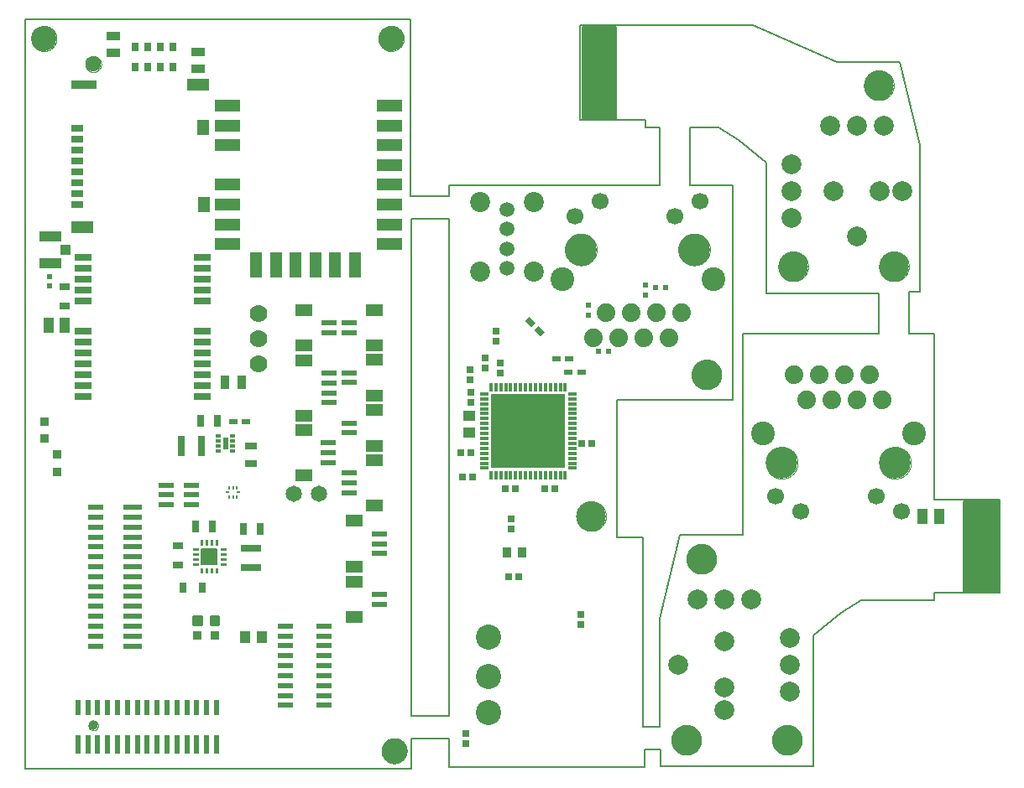
<source format=gbs>
G75*
%MOIN*%
%OFA0B0*%
%FSLAX25Y25*%
%IPPOS*%
%LPD*%
%AMOC8*
5,1,8,0,0,1.08239X$1,22.5*
%
%ADD10C,0.00000*%
%ADD11C,0.10000*%
%ADD12C,0.11811*%
%ADD13C,0.00600*%
%ADD14C,0.00500*%
%ADD15R,0.07087X0.03150*%
%ADD16R,0.08661X0.03937*%
%ADD17R,0.04134X0.03937*%
%ADD18R,0.02165X0.02067*%
%ADD19R,0.03940X0.02760*%
%ADD20R,0.04400X0.05900*%
%ADD21R,0.03800X0.05700*%
%ADD22R,0.01969X0.01181*%
%ADD23R,0.01969X0.04724*%
%ADD24C,0.00378*%
%ADD25C,0.00661*%
%ADD26R,0.02760X0.03940*%
%ADD27R,0.02800X0.04900*%
%ADD28R,0.04900X0.02800*%
%ADD29R,0.07874X0.03150*%
%ADD30R,0.03150X0.07874*%
%ADD31R,0.03400X0.02400*%
%ADD32C,0.06298*%
%ADD33C,0.03800*%
%ADD34C,0.01181*%
%ADD35R,0.03800X0.03600*%
%ADD36R,0.06200X0.02300*%
%ADD37R,0.04882X0.03150*%
%ADD38R,0.09843X0.03740*%
%ADD39R,0.08661X0.04528*%
%ADD40R,0.04528X0.05906*%
%ADD41R,0.00866X0.01378*%
%ADD42R,0.01772X0.00866*%
%ADD43R,0.01378X0.00866*%
%ADD44R,0.02600X0.03700*%
%ADD45R,0.05700X0.03800*%
%ADD46C,0.06500*%
%ADD47R,0.09843X0.04724*%
%ADD48R,0.04724X0.09843*%
%ADD49R,0.06496X0.02362*%
%ADD50R,0.07283X0.02362*%
%ADD51R,0.02362X0.06496*%
%ADD52R,0.02362X0.07283*%
%ADD53R,0.06000X0.02300*%
%ADD54R,0.06102X0.02362*%
%ADD55R,0.07087X0.04724*%
%ADD56C,0.07000*%
%ADD57R,0.03959X0.04724*%
%ADD58R,0.03600X0.03800*%
%ADD59R,0.03200X0.01200*%
%ADD60R,0.01200X0.03200*%
%ADD61R,0.29500X0.29500*%
%ADD62R,0.04724X0.03959*%
%ADD63C,0.07400*%
%ADD64C,0.09449*%
%ADD65C,0.06693*%
%ADD66C,0.12598*%
%ADD67C,0.05906*%
%ADD68C,0.07972*%
%ADD69R,0.02600X0.02600*%
%ADD70R,0.02400X0.02200*%
%ADD71R,0.02200X0.02400*%
%ADD72R,0.02800X0.02800*%
%ADD73R,0.03200X0.04200*%
%ADD74C,0.07874*%
%ADD75R,0.11811X0.02362*%
%ADD76R,0.08661X0.02362*%
D10*
X0063542Y0056068D02*
X0063544Y0056155D01*
X0063550Y0056242D01*
X0063560Y0056329D01*
X0063574Y0056415D01*
X0063592Y0056500D01*
X0063613Y0056584D01*
X0063639Y0056668D01*
X0063668Y0056750D01*
X0063702Y0056830D01*
X0063738Y0056909D01*
X0063779Y0056986D01*
X0063823Y0057062D01*
X0063870Y0057135D01*
X0063920Y0057206D01*
X0063974Y0057274D01*
X0064031Y0057340D01*
X0064091Y0057404D01*
X0064153Y0057464D01*
X0064219Y0057522D01*
X0064287Y0057576D01*
X0064357Y0057628D01*
X0064430Y0057676D01*
X0064505Y0057721D01*
X0064581Y0057762D01*
X0064660Y0057800D01*
X0064740Y0057834D01*
X0064822Y0057864D01*
X0064905Y0057890D01*
X0064989Y0057913D01*
X0065074Y0057932D01*
X0065160Y0057947D01*
X0065246Y0057958D01*
X0065333Y0057965D01*
X0065420Y0057968D01*
X0065507Y0057967D01*
X0065594Y0057962D01*
X0065681Y0057953D01*
X0065767Y0057940D01*
X0065853Y0057923D01*
X0065937Y0057902D01*
X0066021Y0057878D01*
X0066103Y0057849D01*
X0066184Y0057817D01*
X0066264Y0057781D01*
X0066341Y0057742D01*
X0066417Y0057699D01*
X0066491Y0057652D01*
X0066562Y0057603D01*
X0066631Y0057550D01*
X0066698Y0057493D01*
X0066762Y0057434D01*
X0066823Y0057372D01*
X0066882Y0057308D01*
X0066937Y0057240D01*
X0066989Y0057171D01*
X0067038Y0057099D01*
X0067084Y0057024D01*
X0067126Y0056948D01*
X0067164Y0056870D01*
X0067199Y0056790D01*
X0067231Y0056709D01*
X0067258Y0056626D01*
X0067282Y0056542D01*
X0067302Y0056457D01*
X0067318Y0056372D01*
X0067330Y0056285D01*
X0067338Y0056199D01*
X0067342Y0056112D01*
X0067342Y0056024D01*
X0067338Y0055937D01*
X0067330Y0055851D01*
X0067318Y0055764D01*
X0067302Y0055679D01*
X0067282Y0055594D01*
X0067258Y0055510D01*
X0067231Y0055427D01*
X0067199Y0055346D01*
X0067164Y0055266D01*
X0067126Y0055188D01*
X0067084Y0055112D01*
X0067038Y0055037D01*
X0066989Y0054965D01*
X0066937Y0054896D01*
X0066882Y0054828D01*
X0066823Y0054764D01*
X0066762Y0054702D01*
X0066698Y0054643D01*
X0066631Y0054586D01*
X0066562Y0054533D01*
X0066491Y0054484D01*
X0066417Y0054437D01*
X0066341Y0054394D01*
X0066264Y0054355D01*
X0066184Y0054319D01*
X0066103Y0054287D01*
X0066021Y0054258D01*
X0065937Y0054234D01*
X0065853Y0054213D01*
X0065767Y0054196D01*
X0065681Y0054183D01*
X0065594Y0054174D01*
X0065507Y0054169D01*
X0065420Y0054168D01*
X0065333Y0054171D01*
X0065246Y0054178D01*
X0065160Y0054189D01*
X0065074Y0054204D01*
X0064989Y0054223D01*
X0064905Y0054246D01*
X0064822Y0054272D01*
X0064740Y0054302D01*
X0064660Y0054336D01*
X0064581Y0054374D01*
X0064505Y0054415D01*
X0064430Y0054460D01*
X0064357Y0054508D01*
X0064287Y0054560D01*
X0064219Y0054614D01*
X0064153Y0054672D01*
X0064091Y0054732D01*
X0064031Y0054796D01*
X0063974Y0054862D01*
X0063920Y0054930D01*
X0063870Y0055001D01*
X0063823Y0055074D01*
X0063779Y0055150D01*
X0063738Y0055227D01*
X0063702Y0055306D01*
X0063668Y0055386D01*
X0063639Y0055468D01*
X0063613Y0055552D01*
X0063592Y0055636D01*
X0063574Y0055721D01*
X0063560Y0055807D01*
X0063550Y0055894D01*
X0063544Y0055981D01*
X0063542Y0056068D01*
X0179942Y0046033D02*
X0179944Y0046174D01*
X0179950Y0046315D01*
X0179960Y0046455D01*
X0179974Y0046595D01*
X0179992Y0046735D01*
X0180013Y0046874D01*
X0180039Y0047013D01*
X0180068Y0047151D01*
X0180102Y0047287D01*
X0180139Y0047423D01*
X0180180Y0047558D01*
X0180225Y0047692D01*
X0180274Y0047824D01*
X0180326Y0047955D01*
X0180382Y0048084D01*
X0180442Y0048211D01*
X0180505Y0048337D01*
X0180571Y0048461D01*
X0180642Y0048584D01*
X0180715Y0048704D01*
X0180792Y0048822D01*
X0180872Y0048938D01*
X0180956Y0049051D01*
X0181042Y0049162D01*
X0181132Y0049271D01*
X0181225Y0049377D01*
X0181320Y0049480D01*
X0181419Y0049581D01*
X0181520Y0049679D01*
X0181624Y0049774D01*
X0181731Y0049866D01*
X0181840Y0049955D01*
X0181952Y0050040D01*
X0182066Y0050123D01*
X0182182Y0050203D01*
X0182301Y0050279D01*
X0182422Y0050351D01*
X0182544Y0050421D01*
X0182669Y0050486D01*
X0182795Y0050549D01*
X0182923Y0050607D01*
X0183053Y0050662D01*
X0183184Y0050714D01*
X0183317Y0050761D01*
X0183451Y0050805D01*
X0183586Y0050846D01*
X0183722Y0050882D01*
X0183859Y0050914D01*
X0183997Y0050943D01*
X0184135Y0050968D01*
X0184275Y0050988D01*
X0184415Y0051005D01*
X0184555Y0051018D01*
X0184696Y0051027D01*
X0184836Y0051032D01*
X0184977Y0051033D01*
X0185118Y0051030D01*
X0185259Y0051023D01*
X0185399Y0051012D01*
X0185539Y0050997D01*
X0185679Y0050978D01*
X0185818Y0050956D01*
X0185956Y0050929D01*
X0186094Y0050899D01*
X0186230Y0050864D01*
X0186366Y0050826D01*
X0186500Y0050784D01*
X0186634Y0050738D01*
X0186766Y0050689D01*
X0186896Y0050635D01*
X0187025Y0050578D01*
X0187152Y0050518D01*
X0187278Y0050454D01*
X0187401Y0050386D01*
X0187523Y0050315D01*
X0187643Y0050241D01*
X0187760Y0050163D01*
X0187875Y0050082D01*
X0187988Y0049998D01*
X0188099Y0049911D01*
X0188207Y0049820D01*
X0188312Y0049727D01*
X0188415Y0049630D01*
X0188515Y0049531D01*
X0188612Y0049429D01*
X0188706Y0049324D01*
X0188797Y0049217D01*
X0188885Y0049107D01*
X0188970Y0048995D01*
X0189052Y0048880D01*
X0189131Y0048763D01*
X0189206Y0048644D01*
X0189278Y0048523D01*
X0189346Y0048400D01*
X0189411Y0048275D01*
X0189473Y0048148D01*
X0189530Y0048019D01*
X0189585Y0047889D01*
X0189635Y0047758D01*
X0189682Y0047625D01*
X0189725Y0047491D01*
X0189764Y0047355D01*
X0189799Y0047219D01*
X0189831Y0047082D01*
X0189858Y0046944D01*
X0189882Y0046805D01*
X0189902Y0046665D01*
X0189918Y0046525D01*
X0189930Y0046385D01*
X0189938Y0046244D01*
X0189942Y0046103D01*
X0189942Y0045963D01*
X0189938Y0045822D01*
X0189930Y0045681D01*
X0189918Y0045541D01*
X0189902Y0045401D01*
X0189882Y0045261D01*
X0189858Y0045122D01*
X0189831Y0044984D01*
X0189799Y0044847D01*
X0189764Y0044711D01*
X0189725Y0044575D01*
X0189682Y0044441D01*
X0189635Y0044308D01*
X0189585Y0044177D01*
X0189530Y0044047D01*
X0189473Y0043918D01*
X0189411Y0043791D01*
X0189346Y0043666D01*
X0189278Y0043543D01*
X0189206Y0043422D01*
X0189131Y0043303D01*
X0189052Y0043186D01*
X0188970Y0043071D01*
X0188885Y0042959D01*
X0188797Y0042849D01*
X0188706Y0042742D01*
X0188612Y0042637D01*
X0188515Y0042535D01*
X0188415Y0042436D01*
X0188312Y0042339D01*
X0188207Y0042246D01*
X0188099Y0042155D01*
X0187988Y0042068D01*
X0187875Y0041984D01*
X0187760Y0041903D01*
X0187643Y0041825D01*
X0187523Y0041751D01*
X0187401Y0041680D01*
X0187278Y0041612D01*
X0187152Y0041548D01*
X0187025Y0041488D01*
X0186896Y0041431D01*
X0186766Y0041377D01*
X0186634Y0041328D01*
X0186500Y0041282D01*
X0186366Y0041240D01*
X0186230Y0041202D01*
X0186094Y0041167D01*
X0185956Y0041137D01*
X0185818Y0041110D01*
X0185679Y0041088D01*
X0185539Y0041069D01*
X0185399Y0041054D01*
X0185259Y0041043D01*
X0185118Y0041036D01*
X0184977Y0041033D01*
X0184836Y0041034D01*
X0184696Y0041039D01*
X0184555Y0041048D01*
X0184415Y0041061D01*
X0184275Y0041078D01*
X0184135Y0041098D01*
X0183997Y0041123D01*
X0183859Y0041152D01*
X0183722Y0041184D01*
X0183586Y0041220D01*
X0183451Y0041261D01*
X0183317Y0041305D01*
X0183184Y0041352D01*
X0183053Y0041404D01*
X0182923Y0041459D01*
X0182795Y0041517D01*
X0182669Y0041580D01*
X0182544Y0041645D01*
X0182422Y0041715D01*
X0182301Y0041787D01*
X0182182Y0041863D01*
X0182066Y0041943D01*
X0181952Y0042026D01*
X0181840Y0042111D01*
X0181731Y0042200D01*
X0181624Y0042292D01*
X0181520Y0042387D01*
X0181419Y0042485D01*
X0181320Y0042586D01*
X0181225Y0042689D01*
X0181132Y0042795D01*
X0181042Y0042904D01*
X0180956Y0043015D01*
X0180872Y0043128D01*
X0180792Y0043244D01*
X0180715Y0043362D01*
X0180642Y0043482D01*
X0180571Y0043605D01*
X0180505Y0043729D01*
X0180442Y0043855D01*
X0180382Y0043982D01*
X0180326Y0044111D01*
X0180274Y0044242D01*
X0180225Y0044374D01*
X0180180Y0044508D01*
X0180139Y0044643D01*
X0180102Y0044779D01*
X0180068Y0044915D01*
X0180039Y0045053D01*
X0180013Y0045192D01*
X0179992Y0045331D01*
X0179974Y0045471D01*
X0179960Y0045611D01*
X0179950Y0045751D01*
X0179944Y0045892D01*
X0179942Y0046033D01*
X0257263Y0139317D02*
X0257265Y0139470D01*
X0257271Y0139624D01*
X0257281Y0139777D01*
X0257295Y0139929D01*
X0257313Y0140082D01*
X0257335Y0140233D01*
X0257360Y0140384D01*
X0257390Y0140535D01*
X0257424Y0140685D01*
X0257461Y0140833D01*
X0257502Y0140981D01*
X0257547Y0141127D01*
X0257596Y0141273D01*
X0257649Y0141417D01*
X0257705Y0141559D01*
X0257765Y0141700D01*
X0257829Y0141840D01*
X0257896Y0141978D01*
X0257967Y0142114D01*
X0258042Y0142248D01*
X0258119Y0142380D01*
X0258201Y0142510D01*
X0258285Y0142638D01*
X0258373Y0142764D01*
X0258464Y0142887D01*
X0258558Y0143008D01*
X0258656Y0143126D01*
X0258756Y0143242D01*
X0258860Y0143355D01*
X0258966Y0143466D01*
X0259075Y0143574D01*
X0259187Y0143679D01*
X0259301Y0143780D01*
X0259419Y0143879D01*
X0259538Y0143975D01*
X0259660Y0144068D01*
X0259785Y0144157D01*
X0259912Y0144244D01*
X0260041Y0144326D01*
X0260172Y0144406D01*
X0260305Y0144482D01*
X0260440Y0144555D01*
X0260577Y0144624D01*
X0260716Y0144689D01*
X0260856Y0144751D01*
X0260998Y0144809D01*
X0261141Y0144864D01*
X0261286Y0144915D01*
X0261432Y0144962D01*
X0261579Y0145005D01*
X0261727Y0145044D01*
X0261876Y0145080D01*
X0262026Y0145111D01*
X0262177Y0145139D01*
X0262328Y0145163D01*
X0262481Y0145183D01*
X0262633Y0145199D01*
X0262786Y0145211D01*
X0262939Y0145219D01*
X0263092Y0145223D01*
X0263246Y0145223D01*
X0263399Y0145219D01*
X0263552Y0145211D01*
X0263705Y0145199D01*
X0263857Y0145183D01*
X0264010Y0145163D01*
X0264161Y0145139D01*
X0264312Y0145111D01*
X0264462Y0145080D01*
X0264611Y0145044D01*
X0264759Y0145005D01*
X0264906Y0144962D01*
X0265052Y0144915D01*
X0265197Y0144864D01*
X0265340Y0144809D01*
X0265482Y0144751D01*
X0265622Y0144689D01*
X0265761Y0144624D01*
X0265898Y0144555D01*
X0266033Y0144482D01*
X0266166Y0144406D01*
X0266297Y0144326D01*
X0266426Y0144244D01*
X0266553Y0144157D01*
X0266678Y0144068D01*
X0266800Y0143975D01*
X0266919Y0143879D01*
X0267037Y0143780D01*
X0267151Y0143679D01*
X0267263Y0143574D01*
X0267372Y0143466D01*
X0267478Y0143355D01*
X0267582Y0143242D01*
X0267682Y0143126D01*
X0267780Y0143008D01*
X0267874Y0142887D01*
X0267965Y0142764D01*
X0268053Y0142638D01*
X0268137Y0142510D01*
X0268219Y0142380D01*
X0268296Y0142248D01*
X0268371Y0142114D01*
X0268442Y0141978D01*
X0268509Y0141840D01*
X0268573Y0141700D01*
X0268633Y0141559D01*
X0268689Y0141417D01*
X0268742Y0141273D01*
X0268791Y0141127D01*
X0268836Y0140981D01*
X0268877Y0140833D01*
X0268914Y0140685D01*
X0268948Y0140535D01*
X0268978Y0140384D01*
X0269003Y0140233D01*
X0269025Y0140082D01*
X0269043Y0139929D01*
X0269057Y0139777D01*
X0269067Y0139624D01*
X0269073Y0139470D01*
X0269075Y0139317D01*
X0269073Y0139164D01*
X0269067Y0139010D01*
X0269057Y0138857D01*
X0269043Y0138705D01*
X0269025Y0138552D01*
X0269003Y0138401D01*
X0268978Y0138250D01*
X0268948Y0138099D01*
X0268914Y0137949D01*
X0268877Y0137801D01*
X0268836Y0137653D01*
X0268791Y0137507D01*
X0268742Y0137361D01*
X0268689Y0137217D01*
X0268633Y0137075D01*
X0268573Y0136934D01*
X0268509Y0136794D01*
X0268442Y0136656D01*
X0268371Y0136520D01*
X0268296Y0136386D01*
X0268219Y0136254D01*
X0268137Y0136124D01*
X0268053Y0135996D01*
X0267965Y0135870D01*
X0267874Y0135747D01*
X0267780Y0135626D01*
X0267682Y0135508D01*
X0267582Y0135392D01*
X0267478Y0135279D01*
X0267372Y0135168D01*
X0267263Y0135060D01*
X0267151Y0134955D01*
X0267037Y0134854D01*
X0266919Y0134755D01*
X0266800Y0134659D01*
X0266678Y0134566D01*
X0266553Y0134477D01*
X0266426Y0134390D01*
X0266297Y0134308D01*
X0266166Y0134228D01*
X0266033Y0134152D01*
X0265898Y0134079D01*
X0265761Y0134010D01*
X0265622Y0133945D01*
X0265482Y0133883D01*
X0265340Y0133825D01*
X0265197Y0133770D01*
X0265052Y0133719D01*
X0264906Y0133672D01*
X0264759Y0133629D01*
X0264611Y0133590D01*
X0264462Y0133554D01*
X0264312Y0133523D01*
X0264161Y0133495D01*
X0264010Y0133471D01*
X0263857Y0133451D01*
X0263705Y0133435D01*
X0263552Y0133423D01*
X0263399Y0133415D01*
X0263246Y0133411D01*
X0263092Y0133411D01*
X0262939Y0133415D01*
X0262786Y0133423D01*
X0262633Y0133435D01*
X0262481Y0133451D01*
X0262328Y0133471D01*
X0262177Y0133495D01*
X0262026Y0133523D01*
X0261876Y0133554D01*
X0261727Y0133590D01*
X0261579Y0133629D01*
X0261432Y0133672D01*
X0261286Y0133719D01*
X0261141Y0133770D01*
X0260998Y0133825D01*
X0260856Y0133883D01*
X0260716Y0133945D01*
X0260577Y0134010D01*
X0260440Y0134079D01*
X0260305Y0134152D01*
X0260172Y0134228D01*
X0260041Y0134308D01*
X0259912Y0134390D01*
X0259785Y0134477D01*
X0259660Y0134566D01*
X0259538Y0134659D01*
X0259419Y0134755D01*
X0259301Y0134854D01*
X0259187Y0134955D01*
X0259075Y0135060D01*
X0258966Y0135168D01*
X0258860Y0135279D01*
X0258756Y0135392D01*
X0258656Y0135508D01*
X0258558Y0135626D01*
X0258464Y0135747D01*
X0258373Y0135870D01*
X0258285Y0135996D01*
X0258201Y0136124D01*
X0258119Y0136254D01*
X0258042Y0136386D01*
X0257967Y0136520D01*
X0257896Y0136656D01*
X0257829Y0136794D01*
X0257765Y0136934D01*
X0257705Y0137075D01*
X0257649Y0137217D01*
X0257596Y0137361D01*
X0257547Y0137507D01*
X0257502Y0137653D01*
X0257461Y0137801D01*
X0257424Y0137949D01*
X0257390Y0138099D01*
X0257360Y0138250D01*
X0257335Y0138401D01*
X0257313Y0138552D01*
X0257295Y0138705D01*
X0257281Y0138857D01*
X0257271Y0139010D01*
X0257265Y0139164D01*
X0257263Y0139317D01*
X0301036Y0122333D02*
X0301038Y0122486D01*
X0301044Y0122640D01*
X0301054Y0122793D01*
X0301068Y0122945D01*
X0301086Y0123098D01*
X0301108Y0123249D01*
X0301133Y0123400D01*
X0301163Y0123551D01*
X0301197Y0123701D01*
X0301234Y0123849D01*
X0301275Y0123997D01*
X0301320Y0124143D01*
X0301369Y0124289D01*
X0301422Y0124433D01*
X0301478Y0124575D01*
X0301538Y0124716D01*
X0301602Y0124856D01*
X0301669Y0124994D01*
X0301740Y0125130D01*
X0301815Y0125264D01*
X0301892Y0125396D01*
X0301974Y0125526D01*
X0302058Y0125654D01*
X0302146Y0125780D01*
X0302237Y0125903D01*
X0302331Y0126024D01*
X0302429Y0126142D01*
X0302529Y0126258D01*
X0302633Y0126371D01*
X0302739Y0126482D01*
X0302848Y0126590D01*
X0302960Y0126695D01*
X0303074Y0126796D01*
X0303192Y0126895D01*
X0303311Y0126991D01*
X0303433Y0127084D01*
X0303558Y0127173D01*
X0303685Y0127260D01*
X0303814Y0127342D01*
X0303945Y0127422D01*
X0304078Y0127498D01*
X0304213Y0127571D01*
X0304350Y0127640D01*
X0304489Y0127705D01*
X0304629Y0127767D01*
X0304771Y0127825D01*
X0304914Y0127880D01*
X0305059Y0127931D01*
X0305205Y0127978D01*
X0305352Y0128021D01*
X0305500Y0128060D01*
X0305649Y0128096D01*
X0305799Y0128127D01*
X0305950Y0128155D01*
X0306101Y0128179D01*
X0306254Y0128199D01*
X0306406Y0128215D01*
X0306559Y0128227D01*
X0306712Y0128235D01*
X0306865Y0128239D01*
X0307019Y0128239D01*
X0307172Y0128235D01*
X0307325Y0128227D01*
X0307478Y0128215D01*
X0307630Y0128199D01*
X0307783Y0128179D01*
X0307934Y0128155D01*
X0308085Y0128127D01*
X0308235Y0128096D01*
X0308384Y0128060D01*
X0308532Y0128021D01*
X0308679Y0127978D01*
X0308825Y0127931D01*
X0308970Y0127880D01*
X0309113Y0127825D01*
X0309255Y0127767D01*
X0309395Y0127705D01*
X0309534Y0127640D01*
X0309671Y0127571D01*
X0309806Y0127498D01*
X0309939Y0127422D01*
X0310070Y0127342D01*
X0310199Y0127260D01*
X0310326Y0127173D01*
X0310451Y0127084D01*
X0310573Y0126991D01*
X0310692Y0126895D01*
X0310810Y0126796D01*
X0310924Y0126695D01*
X0311036Y0126590D01*
X0311145Y0126482D01*
X0311251Y0126371D01*
X0311355Y0126258D01*
X0311455Y0126142D01*
X0311553Y0126024D01*
X0311647Y0125903D01*
X0311738Y0125780D01*
X0311826Y0125654D01*
X0311910Y0125526D01*
X0311992Y0125396D01*
X0312069Y0125264D01*
X0312144Y0125130D01*
X0312215Y0124994D01*
X0312282Y0124856D01*
X0312346Y0124716D01*
X0312406Y0124575D01*
X0312462Y0124433D01*
X0312515Y0124289D01*
X0312564Y0124143D01*
X0312609Y0123997D01*
X0312650Y0123849D01*
X0312687Y0123701D01*
X0312721Y0123551D01*
X0312751Y0123400D01*
X0312776Y0123249D01*
X0312798Y0123098D01*
X0312816Y0122945D01*
X0312830Y0122793D01*
X0312840Y0122640D01*
X0312846Y0122486D01*
X0312848Y0122333D01*
X0312846Y0122180D01*
X0312840Y0122026D01*
X0312830Y0121873D01*
X0312816Y0121721D01*
X0312798Y0121568D01*
X0312776Y0121417D01*
X0312751Y0121266D01*
X0312721Y0121115D01*
X0312687Y0120965D01*
X0312650Y0120817D01*
X0312609Y0120669D01*
X0312564Y0120523D01*
X0312515Y0120377D01*
X0312462Y0120233D01*
X0312406Y0120091D01*
X0312346Y0119950D01*
X0312282Y0119810D01*
X0312215Y0119672D01*
X0312144Y0119536D01*
X0312069Y0119402D01*
X0311992Y0119270D01*
X0311910Y0119140D01*
X0311826Y0119012D01*
X0311738Y0118886D01*
X0311647Y0118763D01*
X0311553Y0118642D01*
X0311455Y0118524D01*
X0311355Y0118408D01*
X0311251Y0118295D01*
X0311145Y0118184D01*
X0311036Y0118076D01*
X0310924Y0117971D01*
X0310810Y0117870D01*
X0310692Y0117771D01*
X0310573Y0117675D01*
X0310451Y0117582D01*
X0310326Y0117493D01*
X0310199Y0117406D01*
X0310070Y0117324D01*
X0309939Y0117244D01*
X0309806Y0117168D01*
X0309671Y0117095D01*
X0309534Y0117026D01*
X0309395Y0116961D01*
X0309255Y0116899D01*
X0309113Y0116841D01*
X0308970Y0116786D01*
X0308825Y0116735D01*
X0308679Y0116688D01*
X0308532Y0116645D01*
X0308384Y0116606D01*
X0308235Y0116570D01*
X0308085Y0116539D01*
X0307934Y0116511D01*
X0307783Y0116487D01*
X0307630Y0116467D01*
X0307478Y0116451D01*
X0307325Y0116439D01*
X0307172Y0116431D01*
X0307019Y0116427D01*
X0306865Y0116427D01*
X0306712Y0116431D01*
X0306559Y0116439D01*
X0306406Y0116451D01*
X0306254Y0116467D01*
X0306101Y0116487D01*
X0305950Y0116511D01*
X0305799Y0116539D01*
X0305649Y0116570D01*
X0305500Y0116606D01*
X0305352Y0116645D01*
X0305205Y0116688D01*
X0305059Y0116735D01*
X0304914Y0116786D01*
X0304771Y0116841D01*
X0304629Y0116899D01*
X0304489Y0116961D01*
X0304350Y0117026D01*
X0304213Y0117095D01*
X0304078Y0117168D01*
X0303945Y0117244D01*
X0303814Y0117324D01*
X0303685Y0117406D01*
X0303558Y0117493D01*
X0303433Y0117582D01*
X0303311Y0117675D01*
X0303192Y0117771D01*
X0303074Y0117870D01*
X0302960Y0117971D01*
X0302848Y0118076D01*
X0302739Y0118184D01*
X0302633Y0118295D01*
X0302529Y0118408D01*
X0302429Y0118524D01*
X0302331Y0118642D01*
X0302237Y0118763D01*
X0302146Y0118886D01*
X0302058Y0119012D01*
X0301974Y0119140D01*
X0301892Y0119270D01*
X0301815Y0119402D01*
X0301740Y0119536D01*
X0301669Y0119672D01*
X0301602Y0119810D01*
X0301538Y0119950D01*
X0301478Y0120091D01*
X0301422Y0120233D01*
X0301369Y0120377D01*
X0301320Y0120523D01*
X0301275Y0120669D01*
X0301234Y0120817D01*
X0301197Y0120965D01*
X0301163Y0121115D01*
X0301133Y0121266D01*
X0301108Y0121417D01*
X0301086Y0121568D01*
X0301068Y0121721D01*
X0301054Y0121873D01*
X0301044Y0122026D01*
X0301038Y0122180D01*
X0301036Y0122333D01*
X0332581Y0160523D02*
X0332583Y0160681D01*
X0332589Y0160839D01*
X0332599Y0160997D01*
X0332613Y0161155D01*
X0332631Y0161312D01*
X0332652Y0161469D01*
X0332678Y0161625D01*
X0332708Y0161781D01*
X0332741Y0161936D01*
X0332779Y0162089D01*
X0332820Y0162242D01*
X0332865Y0162394D01*
X0332914Y0162545D01*
X0332967Y0162694D01*
X0333023Y0162842D01*
X0333083Y0162988D01*
X0333147Y0163133D01*
X0333215Y0163276D01*
X0333286Y0163418D01*
X0333360Y0163558D01*
X0333438Y0163695D01*
X0333520Y0163831D01*
X0333604Y0163965D01*
X0333693Y0164096D01*
X0333784Y0164225D01*
X0333879Y0164352D01*
X0333976Y0164477D01*
X0334077Y0164599D01*
X0334181Y0164718D01*
X0334288Y0164835D01*
X0334398Y0164949D01*
X0334511Y0165060D01*
X0334626Y0165169D01*
X0334744Y0165274D01*
X0334865Y0165376D01*
X0334988Y0165476D01*
X0335114Y0165572D01*
X0335242Y0165665D01*
X0335372Y0165755D01*
X0335505Y0165841D01*
X0335640Y0165925D01*
X0335776Y0166004D01*
X0335915Y0166081D01*
X0336056Y0166153D01*
X0336198Y0166223D01*
X0336342Y0166288D01*
X0336488Y0166350D01*
X0336635Y0166408D01*
X0336784Y0166463D01*
X0336934Y0166514D01*
X0337085Y0166561D01*
X0337237Y0166604D01*
X0337390Y0166643D01*
X0337545Y0166679D01*
X0337700Y0166710D01*
X0337856Y0166738D01*
X0338012Y0166762D01*
X0338169Y0166782D01*
X0338327Y0166798D01*
X0338484Y0166810D01*
X0338643Y0166818D01*
X0338801Y0166822D01*
X0338959Y0166822D01*
X0339117Y0166818D01*
X0339276Y0166810D01*
X0339433Y0166798D01*
X0339591Y0166782D01*
X0339748Y0166762D01*
X0339904Y0166738D01*
X0340060Y0166710D01*
X0340215Y0166679D01*
X0340370Y0166643D01*
X0340523Y0166604D01*
X0340675Y0166561D01*
X0340826Y0166514D01*
X0340976Y0166463D01*
X0341125Y0166408D01*
X0341272Y0166350D01*
X0341418Y0166288D01*
X0341562Y0166223D01*
X0341704Y0166153D01*
X0341845Y0166081D01*
X0341984Y0166004D01*
X0342120Y0165925D01*
X0342255Y0165841D01*
X0342388Y0165755D01*
X0342518Y0165665D01*
X0342646Y0165572D01*
X0342772Y0165476D01*
X0342895Y0165376D01*
X0343016Y0165274D01*
X0343134Y0165169D01*
X0343249Y0165060D01*
X0343362Y0164949D01*
X0343472Y0164835D01*
X0343579Y0164718D01*
X0343683Y0164599D01*
X0343784Y0164477D01*
X0343881Y0164352D01*
X0343976Y0164225D01*
X0344067Y0164096D01*
X0344156Y0163965D01*
X0344240Y0163831D01*
X0344322Y0163695D01*
X0344400Y0163558D01*
X0344474Y0163418D01*
X0344545Y0163276D01*
X0344613Y0163133D01*
X0344677Y0162988D01*
X0344737Y0162842D01*
X0344793Y0162694D01*
X0344846Y0162545D01*
X0344895Y0162394D01*
X0344940Y0162242D01*
X0344981Y0162089D01*
X0345019Y0161936D01*
X0345052Y0161781D01*
X0345082Y0161625D01*
X0345108Y0161469D01*
X0345129Y0161312D01*
X0345147Y0161155D01*
X0345161Y0160997D01*
X0345171Y0160839D01*
X0345177Y0160681D01*
X0345179Y0160523D01*
X0345177Y0160365D01*
X0345171Y0160207D01*
X0345161Y0160049D01*
X0345147Y0159891D01*
X0345129Y0159734D01*
X0345108Y0159577D01*
X0345082Y0159421D01*
X0345052Y0159265D01*
X0345019Y0159110D01*
X0344981Y0158957D01*
X0344940Y0158804D01*
X0344895Y0158652D01*
X0344846Y0158501D01*
X0344793Y0158352D01*
X0344737Y0158204D01*
X0344677Y0158058D01*
X0344613Y0157913D01*
X0344545Y0157770D01*
X0344474Y0157628D01*
X0344400Y0157488D01*
X0344322Y0157351D01*
X0344240Y0157215D01*
X0344156Y0157081D01*
X0344067Y0156950D01*
X0343976Y0156821D01*
X0343881Y0156694D01*
X0343784Y0156569D01*
X0343683Y0156447D01*
X0343579Y0156328D01*
X0343472Y0156211D01*
X0343362Y0156097D01*
X0343249Y0155986D01*
X0343134Y0155877D01*
X0343016Y0155772D01*
X0342895Y0155670D01*
X0342772Y0155570D01*
X0342646Y0155474D01*
X0342518Y0155381D01*
X0342388Y0155291D01*
X0342255Y0155205D01*
X0342120Y0155121D01*
X0341984Y0155042D01*
X0341845Y0154965D01*
X0341704Y0154893D01*
X0341562Y0154823D01*
X0341418Y0154758D01*
X0341272Y0154696D01*
X0341125Y0154638D01*
X0340976Y0154583D01*
X0340826Y0154532D01*
X0340675Y0154485D01*
X0340523Y0154442D01*
X0340370Y0154403D01*
X0340215Y0154367D01*
X0340060Y0154336D01*
X0339904Y0154308D01*
X0339748Y0154284D01*
X0339591Y0154264D01*
X0339433Y0154248D01*
X0339276Y0154236D01*
X0339117Y0154228D01*
X0338959Y0154224D01*
X0338801Y0154224D01*
X0338643Y0154228D01*
X0338484Y0154236D01*
X0338327Y0154248D01*
X0338169Y0154264D01*
X0338012Y0154284D01*
X0337856Y0154308D01*
X0337700Y0154336D01*
X0337545Y0154367D01*
X0337390Y0154403D01*
X0337237Y0154442D01*
X0337085Y0154485D01*
X0336934Y0154532D01*
X0336784Y0154583D01*
X0336635Y0154638D01*
X0336488Y0154696D01*
X0336342Y0154758D01*
X0336198Y0154823D01*
X0336056Y0154893D01*
X0335915Y0154965D01*
X0335776Y0155042D01*
X0335640Y0155121D01*
X0335505Y0155205D01*
X0335372Y0155291D01*
X0335242Y0155381D01*
X0335114Y0155474D01*
X0334988Y0155570D01*
X0334865Y0155670D01*
X0334744Y0155772D01*
X0334626Y0155877D01*
X0334511Y0155986D01*
X0334398Y0156097D01*
X0334288Y0156211D01*
X0334181Y0156328D01*
X0334077Y0156447D01*
X0333976Y0156569D01*
X0333879Y0156694D01*
X0333784Y0156821D01*
X0333693Y0156950D01*
X0333604Y0157081D01*
X0333520Y0157215D01*
X0333438Y0157351D01*
X0333360Y0157488D01*
X0333286Y0157628D01*
X0333215Y0157770D01*
X0333147Y0157913D01*
X0333083Y0158058D01*
X0333023Y0158204D01*
X0332967Y0158352D01*
X0332914Y0158501D01*
X0332865Y0158652D01*
X0332820Y0158804D01*
X0332779Y0158957D01*
X0332741Y0159110D01*
X0332708Y0159265D01*
X0332678Y0159421D01*
X0332652Y0159577D01*
X0332631Y0159734D01*
X0332613Y0159891D01*
X0332599Y0160049D01*
X0332589Y0160207D01*
X0332583Y0160365D01*
X0332581Y0160523D01*
X0303063Y0195635D02*
X0303065Y0195788D01*
X0303071Y0195942D01*
X0303081Y0196095D01*
X0303095Y0196247D01*
X0303113Y0196400D01*
X0303135Y0196551D01*
X0303160Y0196702D01*
X0303190Y0196853D01*
X0303224Y0197003D01*
X0303261Y0197151D01*
X0303302Y0197299D01*
X0303347Y0197445D01*
X0303396Y0197591D01*
X0303449Y0197735D01*
X0303505Y0197877D01*
X0303565Y0198018D01*
X0303629Y0198158D01*
X0303696Y0198296D01*
X0303767Y0198432D01*
X0303842Y0198566D01*
X0303919Y0198698D01*
X0304001Y0198828D01*
X0304085Y0198956D01*
X0304173Y0199082D01*
X0304264Y0199205D01*
X0304358Y0199326D01*
X0304456Y0199444D01*
X0304556Y0199560D01*
X0304660Y0199673D01*
X0304766Y0199784D01*
X0304875Y0199892D01*
X0304987Y0199997D01*
X0305101Y0200098D01*
X0305219Y0200197D01*
X0305338Y0200293D01*
X0305460Y0200386D01*
X0305585Y0200475D01*
X0305712Y0200562D01*
X0305841Y0200644D01*
X0305972Y0200724D01*
X0306105Y0200800D01*
X0306240Y0200873D01*
X0306377Y0200942D01*
X0306516Y0201007D01*
X0306656Y0201069D01*
X0306798Y0201127D01*
X0306941Y0201182D01*
X0307086Y0201233D01*
X0307232Y0201280D01*
X0307379Y0201323D01*
X0307527Y0201362D01*
X0307676Y0201398D01*
X0307826Y0201429D01*
X0307977Y0201457D01*
X0308128Y0201481D01*
X0308281Y0201501D01*
X0308433Y0201517D01*
X0308586Y0201529D01*
X0308739Y0201537D01*
X0308892Y0201541D01*
X0309046Y0201541D01*
X0309199Y0201537D01*
X0309352Y0201529D01*
X0309505Y0201517D01*
X0309657Y0201501D01*
X0309810Y0201481D01*
X0309961Y0201457D01*
X0310112Y0201429D01*
X0310262Y0201398D01*
X0310411Y0201362D01*
X0310559Y0201323D01*
X0310706Y0201280D01*
X0310852Y0201233D01*
X0310997Y0201182D01*
X0311140Y0201127D01*
X0311282Y0201069D01*
X0311422Y0201007D01*
X0311561Y0200942D01*
X0311698Y0200873D01*
X0311833Y0200800D01*
X0311966Y0200724D01*
X0312097Y0200644D01*
X0312226Y0200562D01*
X0312353Y0200475D01*
X0312478Y0200386D01*
X0312600Y0200293D01*
X0312719Y0200197D01*
X0312837Y0200098D01*
X0312951Y0199997D01*
X0313063Y0199892D01*
X0313172Y0199784D01*
X0313278Y0199673D01*
X0313382Y0199560D01*
X0313482Y0199444D01*
X0313580Y0199326D01*
X0313674Y0199205D01*
X0313765Y0199082D01*
X0313853Y0198956D01*
X0313937Y0198828D01*
X0314019Y0198698D01*
X0314096Y0198566D01*
X0314171Y0198432D01*
X0314242Y0198296D01*
X0314309Y0198158D01*
X0314373Y0198018D01*
X0314433Y0197877D01*
X0314489Y0197735D01*
X0314542Y0197591D01*
X0314591Y0197445D01*
X0314636Y0197299D01*
X0314677Y0197151D01*
X0314714Y0197003D01*
X0314748Y0196853D01*
X0314778Y0196702D01*
X0314803Y0196551D01*
X0314825Y0196400D01*
X0314843Y0196247D01*
X0314857Y0196095D01*
X0314867Y0195942D01*
X0314873Y0195788D01*
X0314875Y0195635D01*
X0314873Y0195482D01*
X0314867Y0195328D01*
X0314857Y0195175D01*
X0314843Y0195023D01*
X0314825Y0194870D01*
X0314803Y0194719D01*
X0314778Y0194568D01*
X0314748Y0194417D01*
X0314714Y0194267D01*
X0314677Y0194119D01*
X0314636Y0193971D01*
X0314591Y0193825D01*
X0314542Y0193679D01*
X0314489Y0193535D01*
X0314433Y0193393D01*
X0314373Y0193252D01*
X0314309Y0193112D01*
X0314242Y0192974D01*
X0314171Y0192838D01*
X0314096Y0192704D01*
X0314019Y0192572D01*
X0313937Y0192442D01*
X0313853Y0192314D01*
X0313765Y0192188D01*
X0313674Y0192065D01*
X0313580Y0191944D01*
X0313482Y0191826D01*
X0313382Y0191710D01*
X0313278Y0191597D01*
X0313172Y0191486D01*
X0313063Y0191378D01*
X0312951Y0191273D01*
X0312837Y0191172D01*
X0312719Y0191073D01*
X0312600Y0190977D01*
X0312478Y0190884D01*
X0312353Y0190795D01*
X0312226Y0190708D01*
X0312097Y0190626D01*
X0311966Y0190546D01*
X0311833Y0190470D01*
X0311698Y0190397D01*
X0311561Y0190328D01*
X0311422Y0190263D01*
X0311282Y0190201D01*
X0311140Y0190143D01*
X0310997Y0190088D01*
X0310852Y0190037D01*
X0310706Y0189990D01*
X0310559Y0189947D01*
X0310411Y0189908D01*
X0310262Y0189872D01*
X0310112Y0189841D01*
X0309961Y0189813D01*
X0309810Y0189789D01*
X0309657Y0189769D01*
X0309505Y0189753D01*
X0309352Y0189741D01*
X0309199Y0189733D01*
X0309046Y0189729D01*
X0308892Y0189729D01*
X0308739Y0189733D01*
X0308586Y0189741D01*
X0308433Y0189753D01*
X0308281Y0189769D01*
X0308128Y0189789D01*
X0307977Y0189813D01*
X0307826Y0189841D01*
X0307676Y0189872D01*
X0307527Y0189908D01*
X0307379Y0189947D01*
X0307232Y0189990D01*
X0307086Y0190037D01*
X0306941Y0190088D01*
X0306798Y0190143D01*
X0306656Y0190201D01*
X0306516Y0190263D01*
X0306377Y0190328D01*
X0306240Y0190397D01*
X0306105Y0190470D01*
X0305972Y0190546D01*
X0305841Y0190626D01*
X0305712Y0190708D01*
X0305585Y0190795D01*
X0305460Y0190884D01*
X0305338Y0190977D01*
X0305219Y0191073D01*
X0305101Y0191172D01*
X0304987Y0191273D01*
X0304875Y0191378D01*
X0304766Y0191486D01*
X0304660Y0191597D01*
X0304556Y0191710D01*
X0304456Y0191826D01*
X0304358Y0191944D01*
X0304264Y0192065D01*
X0304173Y0192188D01*
X0304085Y0192314D01*
X0304001Y0192442D01*
X0303919Y0192572D01*
X0303842Y0192704D01*
X0303767Y0192838D01*
X0303696Y0192974D01*
X0303629Y0193112D01*
X0303565Y0193252D01*
X0303505Y0193393D01*
X0303449Y0193535D01*
X0303396Y0193679D01*
X0303347Y0193825D01*
X0303302Y0193971D01*
X0303261Y0194119D01*
X0303224Y0194267D01*
X0303190Y0194417D01*
X0303160Y0194568D01*
X0303135Y0194719D01*
X0303113Y0194870D01*
X0303095Y0195023D01*
X0303081Y0195175D01*
X0303071Y0195328D01*
X0303065Y0195482D01*
X0303063Y0195635D01*
X0337536Y0238633D02*
X0337538Y0238786D01*
X0337544Y0238940D01*
X0337554Y0239093D01*
X0337568Y0239245D01*
X0337586Y0239398D01*
X0337608Y0239549D01*
X0337633Y0239700D01*
X0337663Y0239851D01*
X0337697Y0240001D01*
X0337734Y0240149D01*
X0337775Y0240297D01*
X0337820Y0240443D01*
X0337869Y0240589D01*
X0337922Y0240733D01*
X0337978Y0240875D01*
X0338038Y0241016D01*
X0338102Y0241156D01*
X0338169Y0241294D01*
X0338240Y0241430D01*
X0338315Y0241564D01*
X0338392Y0241696D01*
X0338474Y0241826D01*
X0338558Y0241954D01*
X0338646Y0242080D01*
X0338737Y0242203D01*
X0338831Y0242324D01*
X0338929Y0242442D01*
X0339029Y0242558D01*
X0339133Y0242671D01*
X0339239Y0242782D01*
X0339348Y0242890D01*
X0339460Y0242995D01*
X0339574Y0243096D01*
X0339692Y0243195D01*
X0339811Y0243291D01*
X0339933Y0243384D01*
X0340058Y0243473D01*
X0340185Y0243560D01*
X0340314Y0243642D01*
X0340445Y0243722D01*
X0340578Y0243798D01*
X0340713Y0243871D01*
X0340850Y0243940D01*
X0340989Y0244005D01*
X0341129Y0244067D01*
X0341271Y0244125D01*
X0341414Y0244180D01*
X0341559Y0244231D01*
X0341705Y0244278D01*
X0341852Y0244321D01*
X0342000Y0244360D01*
X0342149Y0244396D01*
X0342299Y0244427D01*
X0342450Y0244455D01*
X0342601Y0244479D01*
X0342754Y0244499D01*
X0342906Y0244515D01*
X0343059Y0244527D01*
X0343212Y0244535D01*
X0343365Y0244539D01*
X0343519Y0244539D01*
X0343672Y0244535D01*
X0343825Y0244527D01*
X0343978Y0244515D01*
X0344130Y0244499D01*
X0344283Y0244479D01*
X0344434Y0244455D01*
X0344585Y0244427D01*
X0344735Y0244396D01*
X0344884Y0244360D01*
X0345032Y0244321D01*
X0345179Y0244278D01*
X0345325Y0244231D01*
X0345470Y0244180D01*
X0345613Y0244125D01*
X0345755Y0244067D01*
X0345895Y0244005D01*
X0346034Y0243940D01*
X0346171Y0243871D01*
X0346306Y0243798D01*
X0346439Y0243722D01*
X0346570Y0243642D01*
X0346699Y0243560D01*
X0346826Y0243473D01*
X0346951Y0243384D01*
X0347073Y0243291D01*
X0347192Y0243195D01*
X0347310Y0243096D01*
X0347424Y0242995D01*
X0347536Y0242890D01*
X0347645Y0242782D01*
X0347751Y0242671D01*
X0347855Y0242558D01*
X0347955Y0242442D01*
X0348053Y0242324D01*
X0348147Y0242203D01*
X0348238Y0242080D01*
X0348326Y0241954D01*
X0348410Y0241826D01*
X0348492Y0241696D01*
X0348569Y0241564D01*
X0348644Y0241430D01*
X0348715Y0241294D01*
X0348782Y0241156D01*
X0348846Y0241016D01*
X0348906Y0240875D01*
X0348962Y0240733D01*
X0349015Y0240589D01*
X0349064Y0240443D01*
X0349109Y0240297D01*
X0349150Y0240149D01*
X0349187Y0240001D01*
X0349221Y0239851D01*
X0349251Y0239700D01*
X0349276Y0239549D01*
X0349298Y0239398D01*
X0349316Y0239245D01*
X0349330Y0239093D01*
X0349340Y0238940D01*
X0349346Y0238786D01*
X0349348Y0238633D01*
X0349346Y0238480D01*
X0349340Y0238326D01*
X0349330Y0238173D01*
X0349316Y0238021D01*
X0349298Y0237868D01*
X0349276Y0237717D01*
X0349251Y0237566D01*
X0349221Y0237415D01*
X0349187Y0237265D01*
X0349150Y0237117D01*
X0349109Y0236969D01*
X0349064Y0236823D01*
X0349015Y0236677D01*
X0348962Y0236533D01*
X0348906Y0236391D01*
X0348846Y0236250D01*
X0348782Y0236110D01*
X0348715Y0235972D01*
X0348644Y0235836D01*
X0348569Y0235702D01*
X0348492Y0235570D01*
X0348410Y0235440D01*
X0348326Y0235312D01*
X0348238Y0235186D01*
X0348147Y0235063D01*
X0348053Y0234942D01*
X0347955Y0234824D01*
X0347855Y0234708D01*
X0347751Y0234595D01*
X0347645Y0234484D01*
X0347536Y0234376D01*
X0347424Y0234271D01*
X0347310Y0234170D01*
X0347192Y0234071D01*
X0347073Y0233975D01*
X0346951Y0233882D01*
X0346826Y0233793D01*
X0346699Y0233706D01*
X0346570Y0233624D01*
X0346439Y0233544D01*
X0346306Y0233468D01*
X0346171Y0233395D01*
X0346034Y0233326D01*
X0345895Y0233261D01*
X0345755Y0233199D01*
X0345613Y0233141D01*
X0345470Y0233086D01*
X0345325Y0233035D01*
X0345179Y0232988D01*
X0345032Y0232945D01*
X0344884Y0232906D01*
X0344735Y0232870D01*
X0344585Y0232839D01*
X0344434Y0232811D01*
X0344283Y0232787D01*
X0344130Y0232767D01*
X0343978Y0232751D01*
X0343825Y0232739D01*
X0343672Y0232731D01*
X0343519Y0232727D01*
X0343365Y0232727D01*
X0343212Y0232731D01*
X0343059Y0232739D01*
X0342906Y0232751D01*
X0342754Y0232767D01*
X0342601Y0232787D01*
X0342450Y0232811D01*
X0342299Y0232839D01*
X0342149Y0232870D01*
X0342000Y0232906D01*
X0341852Y0232945D01*
X0341705Y0232988D01*
X0341559Y0233035D01*
X0341414Y0233086D01*
X0341271Y0233141D01*
X0341129Y0233199D01*
X0340989Y0233261D01*
X0340850Y0233326D01*
X0340713Y0233395D01*
X0340578Y0233468D01*
X0340445Y0233544D01*
X0340314Y0233624D01*
X0340185Y0233706D01*
X0340058Y0233793D01*
X0339933Y0233882D01*
X0339811Y0233975D01*
X0339692Y0234071D01*
X0339574Y0234170D01*
X0339460Y0234271D01*
X0339348Y0234376D01*
X0339239Y0234484D01*
X0339133Y0234595D01*
X0339029Y0234708D01*
X0338929Y0234824D01*
X0338831Y0234942D01*
X0338737Y0235063D01*
X0338646Y0235186D01*
X0338558Y0235312D01*
X0338474Y0235440D01*
X0338392Y0235570D01*
X0338315Y0235702D01*
X0338240Y0235836D01*
X0338169Y0235972D01*
X0338102Y0236110D01*
X0338038Y0236250D01*
X0337978Y0236391D01*
X0337922Y0236533D01*
X0337869Y0236677D01*
X0337820Y0236823D01*
X0337775Y0236969D01*
X0337734Y0237117D01*
X0337697Y0237265D01*
X0337663Y0237415D01*
X0337633Y0237566D01*
X0337608Y0237717D01*
X0337586Y0237868D01*
X0337568Y0238021D01*
X0337554Y0238173D01*
X0337544Y0238326D01*
X0337538Y0238480D01*
X0337536Y0238633D01*
X0297781Y0245343D02*
X0297783Y0245501D01*
X0297789Y0245659D01*
X0297799Y0245817D01*
X0297813Y0245975D01*
X0297831Y0246132D01*
X0297852Y0246289D01*
X0297878Y0246445D01*
X0297908Y0246601D01*
X0297941Y0246756D01*
X0297979Y0246909D01*
X0298020Y0247062D01*
X0298065Y0247214D01*
X0298114Y0247365D01*
X0298167Y0247514D01*
X0298223Y0247662D01*
X0298283Y0247808D01*
X0298347Y0247953D01*
X0298415Y0248096D01*
X0298486Y0248238D01*
X0298560Y0248378D01*
X0298638Y0248515D01*
X0298720Y0248651D01*
X0298804Y0248785D01*
X0298893Y0248916D01*
X0298984Y0249045D01*
X0299079Y0249172D01*
X0299176Y0249297D01*
X0299277Y0249419D01*
X0299381Y0249538D01*
X0299488Y0249655D01*
X0299598Y0249769D01*
X0299711Y0249880D01*
X0299826Y0249989D01*
X0299944Y0250094D01*
X0300065Y0250196D01*
X0300188Y0250296D01*
X0300314Y0250392D01*
X0300442Y0250485D01*
X0300572Y0250575D01*
X0300705Y0250661D01*
X0300840Y0250745D01*
X0300976Y0250824D01*
X0301115Y0250901D01*
X0301256Y0250973D01*
X0301398Y0251043D01*
X0301542Y0251108D01*
X0301688Y0251170D01*
X0301835Y0251228D01*
X0301984Y0251283D01*
X0302134Y0251334D01*
X0302285Y0251381D01*
X0302437Y0251424D01*
X0302590Y0251463D01*
X0302745Y0251499D01*
X0302900Y0251530D01*
X0303056Y0251558D01*
X0303212Y0251582D01*
X0303369Y0251602D01*
X0303527Y0251618D01*
X0303684Y0251630D01*
X0303843Y0251638D01*
X0304001Y0251642D01*
X0304159Y0251642D01*
X0304317Y0251638D01*
X0304476Y0251630D01*
X0304633Y0251618D01*
X0304791Y0251602D01*
X0304948Y0251582D01*
X0305104Y0251558D01*
X0305260Y0251530D01*
X0305415Y0251499D01*
X0305570Y0251463D01*
X0305723Y0251424D01*
X0305875Y0251381D01*
X0306026Y0251334D01*
X0306176Y0251283D01*
X0306325Y0251228D01*
X0306472Y0251170D01*
X0306618Y0251108D01*
X0306762Y0251043D01*
X0306904Y0250973D01*
X0307045Y0250901D01*
X0307184Y0250824D01*
X0307320Y0250745D01*
X0307455Y0250661D01*
X0307588Y0250575D01*
X0307718Y0250485D01*
X0307846Y0250392D01*
X0307972Y0250296D01*
X0308095Y0250196D01*
X0308216Y0250094D01*
X0308334Y0249989D01*
X0308449Y0249880D01*
X0308562Y0249769D01*
X0308672Y0249655D01*
X0308779Y0249538D01*
X0308883Y0249419D01*
X0308984Y0249297D01*
X0309081Y0249172D01*
X0309176Y0249045D01*
X0309267Y0248916D01*
X0309356Y0248785D01*
X0309440Y0248651D01*
X0309522Y0248515D01*
X0309600Y0248378D01*
X0309674Y0248238D01*
X0309745Y0248096D01*
X0309813Y0247953D01*
X0309877Y0247808D01*
X0309937Y0247662D01*
X0309993Y0247514D01*
X0310046Y0247365D01*
X0310095Y0247214D01*
X0310140Y0247062D01*
X0310181Y0246909D01*
X0310219Y0246756D01*
X0310252Y0246601D01*
X0310282Y0246445D01*
X0310308Y0246289D01*
X0310329Y0246132D01*
X0310347Y0245975D01*
X0310361Y0245817D01*
X0310371Y0245659D01*
X0310377Y0245501D01*
X0310379Y0245343D01*
X0310377Y0245185D01*
X0310371Y0245027D01*
X0310361Y0244869D01*
X0310347Y0244711D01*
X0310329Y0244554D01*
X0310308Y0244397D01*
X0310282Y0244241D01*
X0310252Y0244085D01*
X0310219Y0243930D01*
X0310181Y0243777D01*
X0310140Y0243624D01*
X0310095Y0243472D01*
X0310046Y0243321D01*
X0309993Y0243172D01*
X0309937Y0243024D01*
X0309877Y0242878D01*
X0309813Y0242733D01*
X0309745Y0242590D01*
X0309674Y0242448D01*
X0309600Y0242308D01*
X0309522Y0242171D01*
X0309440Y0242035D01*
X0309356Y0241901D01*
X0309267Y0241770D01*
X0309176Y0241641D01*
X0309081Y0241514D01*
X0308984Y0241389D01*
X0308883Y0241267D01*
X0308779Y0241148D01*
X0308672Y0241031D01*
X0308562Y0240917D01*
X0308449Y0240806D01*
X0308334Y0240697D01*
X0308216Y0240592D01*
X0308095Y0240490D01*
X0307972Y0240390D01*
X0307846Y0240294D01*
X0307718Y0240201D01*
X0307588Y0240111D01*
X0307455Y0240025D01*
X0307320Y0239941D01*
X0307184Y0239862D01*
X0307045Y0239785D01*
X0306904Y0239713D01*
X0306762Y0239643D01*
X0306618Y0239578D01*
X0306472Y0239516D01*
X0306325Y0239458D01*
X0306176Y0239403D01*
X0306026Y0239352D01*
X0305875Y0239305D01*
X0305723Y0239262D01*
X0305570Y0239223D01*
X0305415Y0239187D01*
X0305260Y0239156D01*
X0305104Y0239128D01*
X0304948Y0239104D01*
X0304791Y0239084D01*
X0304633Y0239068D01*
X0304476Y0239056D01*
X0304317Y0239048D01*
X0304159Y0239044D01*
X0304001Y0239044D01*
X0303843Y0239048D01*
X0303684Y0239056D01*
X0303527Y0239068D01*
X0303369Y0239084D01*
X0303212Y0239104D01*
X0303056Y0239128D01*
X0302900Y0239156D01*
X0302745Y0239187D01*
X0302590Y0239223D01*
X0302437Y0239262D01*
X0302285Y0239305D01*
X0302134Y0239352D01*
X0301984Y0239403D01*
X0301835Y0239458D01*
X0301688Y0239516D01*
X0301542Y0239578D01*
X0301398Y0239643D01*
X0301256Y0239713D01*
X0301115Y0239785D01*
X0300976Y0239862D01*
X0300840Y0239941D01*
X0300705Y0240025D01*
X0300572Y0240111D01*
X0300442Y0240201D01*
X0300314Y0240294D01*
X0300188Y0240390D01*
X0300065Y0240490D01*
X0299944Y0240592D01*
X0299826Y0240697D01*
X0299711Y0240806D01*
X0299598Y0240917D01*
X0299488Y0241031D01*
X0299381Y0241148D01*
X0299277Y0241267D01*
X0299176Y0241389D01*
X0299079Y0241514D01*
X0298984Y0241641D01*
X0298893Y0241770D01*
X0298804Y0241901D01*
X0298720Y0242035D01*
X0298638Y0242171D01*
X0298560Y0242308D01*
X0298486Y0242448D01*
X0298415Y0242590D01*
X0298347Y0242733D01*
X0298283Y0242878D01*
X0298223Y0243024D01*
X0298167Y0243172D01*
X0298114Y0243321D01*
X0298065Y0243472D01*
X0298020Y0243624D01*
X0297979Y0243777D01*
X0297941Y0243930D01*
X0297908Y0244085D01*
X0297878Y0244241D01*
X0297852Y0244397D01*
X0297831Y0244554D01*
X0297813Y0244711D01*
X0297799Y0244869D01*
X0297789Y0245027D01*
X0297783Y0245185D01*
X0297781Y0245343D01*
X0252781Y0245343D02*
X0252783Y0245501D01*
X0252789Y0245659D01*
X0252799Y0245817D01*
X0252813Y0245975D01*
X0252831Y0246132D01*
X0252852Y0246289D01*
X0252878Y0246445D01*
X0252908Y0246601D01*
X0252941Y0246756D01*
X0252979Y0246909D01*
X0253020Y0247062D01*
X0253065Y0247214D01*
X0253114Y0247365D01*
X0253167Y0247514D01*
X0253223Y0247662D01*
X0253283Y0247808D01*
X0253347Y0247953D01*
X0253415Y0248096D01*
X0253486Y0248238D01*
X0253560Y0248378D01*
X0253638Y0248515D01*
X0253720Y0248651D01*
X0253804Y0248785D01*
X0253893Y0248916D01*
X0253984Y0249045D01*
X0254079Y0249172D01*
X0254176Y0249297D01*
X0254277Y0249419D01*
X0254381Y0249538D01*
X0254488Y0249655D01*
X0254598Y0249769D01*
X0254711Y0249880D01*
X0254826Y0249989D01*
X0254944Y0250094D01*
X0255065Y0250196D01*
X0255188Y0250296D01*
X0255314Y0250392D01*
X0255442Y0250485D01*
X0255572Y0250575D01*
X0255705Y0250661D01*
X0255840Y0250745D01*
X0255976Y0250824D01*
X0256115Y0250901D01*
X0256256Y0250973D01*
X0256398Y0251043D01*
X0256542Y0251108D01*
X0256688Y0251170D01*
X0256835Y0251228D01*
X0256984Y0251283D01*
X0257134Y0251334D01*
X0257285Y0251381D01*
X0257437Y0251424D01*
X0257590Y0251463D01*
X0257745Y0251499D01*
X0257900Y0251530D01*
X0258056Y0251558D01*
X0258212Y0251582D01*
X0258369Y0251602D01*
X0258527Y0251618D01*
X0258684Y0251630D01*
X0258843Y0251638D01*
X0259001Y0251642D01*
X0259159Y0251642D01*
X0259317Y0251638D01*
X0259476Y0251630D01*
X0259633Y0251618D01*
X0259791Y0251602D01*
X0259948Y0251582D01*
X0260104Y0251558D01*
X0260260Y0251530D01*
X0260415Y0251499D01*
X0260570Y0251463D01*
X0260723Y0251424D01*
X0260875Y0251381D01*
X0261026Y0251334D01*
X0261176Y0251283D01*
X0261325Y0251228D01*
X0261472Y0251170D01*
X0261618Y0251108D01*
X0261762Y0251043D01*
X0261904Y0250973D01*
X0262045Y0250901D01*
X0262184Y0250824D01*
X0262320Y0250745D01*
X0262455Y0250661D01*
X0262588Y0250575D01*
X0262718Y0250485D01*
X0262846Y0250392D01*
X0262972Y0250296D01*
X0263095Y0250196D01*
X0263216Y0250094D01*
X0263334Y0249989D01*
X0263449Y0249880D01*
X0263562Y0249769D01*
X0263672Y0249655D01*
X0263779Y0249538D01*
X0263883Y0249419D01*
X0263984Y0249297D01*
X0264081Y0249172D01*
X0264176Y0249045D01*
X0264267Y0248916D01*
X0264356Y0248785D01*
X0264440Y0248651D01*
X0264522Y0248515D01*
X0264600Y0248378D01*
X0264674Y0248238D01*
X0264745Y0248096D01*
X0264813Y0247953D01*
X0264877Y0247808D01*
X0264937Y0247662D01*
X0264993Y0247514D01*
X0265046Y0247365D01*
X0265095Y0247214D01*
X0265140Y0247062D01*
X0265181Y0246909D01*
X0265219Y0246756D01*
X0265252Y0246601D01*
X0265282Y0246445D01*
X0265308Y0246289D01*
X0265329Y0246132D01*
X0265347Y0245975D01*
X0265361Y0245817D01*
X0265371Y0245659D01*
X0265377Y0245501D01*
X0265379Y0245343D01*
X0265377Y0245185D01*
X0265371Y0245027D01*
X0265361Y0244869D01*
X0265347Y0244711D01*
X0265329Y0244554D01*
X0265308Y0244397D01*
X0265282Y0244241D01*
X0265252Y0244085D01*
X0265219Y0243930D01*
X0265181Y0243777D01*
X0265140Y0243624D01*
X0265095Y0243472D01*
X0265046Y0243321D01*
X0264993Y0243172D01*
X0264937Y0243024D01*
X0264877Y0242878D01*
X0264813Y0242733D01*
X0264745Y0242590D01*
X0264674Y0242448D01*
X0264600Y0242308D01*
X0264522Y0242171D01*
X0264440Y0242035D01*
X0264356Y0241901D01*
X0264267Y0241770D01*
X0264176Y0241641D01*
X0264081Y0241514D01*
X0263984Y0241389D01*
X0263883Y0241267D01*
X0263779Y0241148D01*
X0263672Y0241031D01*
X0263562Y0240917D01*
X0263449Y0240806D01*
X0263334Y0240697D01*
X0263216Y0240592D01*
X0263095Y0240490D01*
X0262972Y0240390D01*
X0262846Y0240294D01*
X0262718Y0240201D01*
X0262588Y0240111D01*
X0262455Y0240025D01*
X0262320Y0239941D01*
X0262184Y0239862D01*
X0262045Y0239785D01*
X0261904Y0239713D01*
X0261762Y0239643D01*
X0261618Y0239578D01*
X0261472Y0239516D01*
X0261325Y0239458D01*
X0261176Y0239403D01*
X0261026Y0239352D01*
X0260875Y0239305D01*
X0260723Y0239262D01*
X0260570Y0239223D01*
X0260415Y0239187D01*
X0260260Y0239156D01*
X0260104Y0239128D01*
X0259948Y0239104D01*
X0259791Y0239084D01*
X0259633Y0239068D01*
X0259476Y0239056D01*
X0259317Y0239048D01*
X0259159Y0239044D01*
X0259001Y0239044D01*
X0258843Y0239048D01*
X0258684Y0239056D01*
X0258527Y0239068D01*
X0258369Y0239084D01*
X0258212Y0239104D01*
X0258056Y0239128D01*
X0257900Y0239156D01*
X0257745Y0239187D01*
X0257590Y0239223D01*
X0257437Y0239262D01*
X0257285Y0239305D01*
X0257134Y0239352D01*
X0256984Y0239403D01*
X0256835Y0239458D01*
X0256688Y0239516D01*
X0256542Y0239578D01*
X0256398Y0239643D01*
X0256256Y0239713D01*
X0256115Y0239785D01*
X0255976Y0239862D01*
X0255840Y0239941D01*
X0255705Y0240025D01*
X0255572Y0240111D01*
X0255442Y0240201D01*
X0255314Y0240294D01*
X0255188Y0240390D01*
X0255065Y0240490D01*
X0254944Y0240592D01*
X0254826Y0240697D01*
X0254711Y0240806D01*
X0254598Y0240917D01*
X0254488Y0241031D01*
X0254381Y0241148D01*
X0254277Y0241267D01*
X0254176Y0241389D01*
X0254079Y0241514D01*
X0253984Y0241641D01*
X0253893Y0241770D01*
X0253804Y0241901D01*
X0253720Y0242035D01*
X0253638Y0242171D01*
X0253560Y0242308D01*
X0253486Y0242448D01*
X0253415Y0242590D01*
X0253347Y0242733D01*
X0253283Y0242878D01*
X0253223Y0243024D01*
X0253167Y0243172D01*
X0253114Y0243321D01*
X0253065Y0243472D01*
X0253020Y0243624D01*
X0252979Y0243777D01*
X0252941Y0243930D01*
X0252908Y0244085D01*
X0252878Y0244241D01*
X0252852Y0244397D01*
X0252831Y0244554D01*
X0252813Y0244711D01*
X0252799Y0244869D01*
X0252789Y0245027D01*
X0252783Y0245185D01*
X0252781Y0245343D01*
X0178742Y0329233D02*
X0178744Y0329374D01*
X0178750Y0329515D01*
X0178760Y0329655D01*
X0178774Y0329795D01*
X0178792Y0329935D01*
X0178813Y0330074D01*
X0178839Y0330213D01*
X0178868Y0330351D01*
X0178902Y0330487D01*
X0178939Y0330623D01*
X0178980Y0330758D01*
X0179025Y0330892D01*
X0179074Y0331024D01*
X0179126Y0331155D01*
X0179182Y0331284D01*
X0179242Y0331411D01*
X0179305Y0331537D01*
X0179371Y0331661D01*
X0179442Y0331784D01*
X0179515Y0331904D01*
X0179592Y0332022D01*
X0179672Y0332138D01*
X0179756Y0332251D01*
X0179842Y0332362D01*
X0179932Y0332471D01*
X0180025Y0332577D01*
X0180120Y0332680D01*
X0180219Y0332781D01*
X0180320Y0332879D01*
X0180424Y0332974D01*
X0180531Y0333066D01*
X0180640Y0333155D01*
X0180752Y0333240D01*
X0180866Y0333323D01*
X0180982Y0333403D01*
X0181101Y0333479D01*
X0181222Y0333551D01*
X0181344Y0333621D01*
X0181469Y0333686D01*
X0181595Y0333749D01*
X0181723Y0333807D01*
X0181853Y0333862D01*
X0181984Y0333914D01*
X0182117Y0333961D01*
X0182251Y0334005D01*
X0182386Y0334046D01*
X0182522Y0334082D01*
X0182659Y0334114D01*
X0182797Y0334143D01*
X0182935Y0334168D01*
X0183075Y0334188D01*
X0183215Y0334205D01*
X0183355Y0334218D01*
X0183496Y0334227D01*
X0183636Y0334232D01*
X0183777Y0334233D01*
X0183918Y0334230D01*
X0184059Y0334223D01*
X0184199Y0334212D01*
X0184339Y0334197D01*
X0184479Y0334178D01*
X0184618Y0334156D01*
X0184756Y0334129D01*
X0184894Y0334099D01*
X0185030Y0334064D01*
X0185166Y0334026D01*
X0185300Y0333984D01*
X0185434Y0333938D01*
X0185566Y0333889D01*
X0185696Y0333835D01*
X0185825Y0333778D01*
X0185952Y0333718D01*
X0186078Y0333654D01*
X0186201Y0333586D01*
X0186323Y0333515D01*
X0186443Y0333441D01*
X0186560Y0333363D01*
X0186675Y0333282D01*
X0186788Y0333198D01*
X0186899Y0333111D01*
X0187007Y0333020D01*
X0187112Y0332927D01*
X0187215Y0332830D01*
X0187315Y0332731D01*
X0187412Y0332629D01*
X0187506Y0332524D01*
X0187597Y0332417D01*
X0187685Y0332307D01*
X0187770Y0332195D01*
X0187852Y0332080D01*
X0187931Y0331963D01*
X0188006Y0331844D01*
X0188078Y0331723D01*
X0188146Y0331600D01*
X0188211Y0331475D01*
X0188273Y0331348D01*
X0188330Y0331219D01*
X0188385Y0331089D01*
X0188435Y0330958D01*
X0188482Y0330825D01*
X0188525Y0330691D01*
X0188564Y0330555D01*
X0188599Y0330419D01*
X0188631Y0330282D01*
X0188658Y0330144D01*
X0188682Y0330005D01*
X0188702Y0329865D01*
X0188718Y0329725D01*
X0188730Y0329585D01*
X0188738Y0329444D01*
X0188742Y0329303D01*
X0188742Y0329163D01*
X0188738Y0329022D01*
X0188730Y0328881D01*
X0188718Y0328741D01*
X0188702Y0328601D01*
X0188682Y0328461D01*
X0188658Y0328322D01*
X0188631Y0328184D01*
X0188599Y0328047D01*
X0188564Y0327911D01*
X0188525Y0327775D01*
X0188482Y0327641D01*
X0188435Y0327508D01*
X0188385Y0327377D01*
X0188330Y0327247D01*
X0188273Y0327118D01*
X0188211Y0326991D01*
X0188146Y0326866D01*
X0188078Y0326743D01*
X0188006Y0326622D01*
X0187931Y0326503D01*
X0187852Y0326386D01*
X0187770Y0326271D01*
X0187685Y0326159D01*
X0187597Y0326049D01*
X0187506Y0325942D01*
X0187412Y0325837D01*
X0187315Y0325735D01*
X0187215Y0325636D01*
X0187112Y0325539D01*
X0187007Y0325446D01*
X0186899Y0325355D01*
X0186788Y0325268D01*
X0186675Y0325184D01*
X0186560Y0325103D01*
X0186443Y0325025D01*
X0186323Y0324951D01*
X0186201Y0324880D01*
X0186078Y0324812D01*
X0185952Y0324748D01*
X0185825Y0324688D01*
X0185696Y0324631D01*
X0185566Y0324577D01*
X0185434Y0324528D01*
X0185300Y0324482D01*
X0185166Y0324440D01*
X0185030Y0324402D01*
X0184894Y0324367D01*
X0184756Y0324337D01*
X0184618Y0324310D01*
X0184479Y0324288D01*
X0184339Y0324269D01*
X0184199Y0324254D01*
X0184059Y0324243D01*
X0183918Y0324236D01*
X0183777Y0324233D01*
X0183636Y0324234D01*
X0183496Y0324239D01*
X0183355Y0324248D01*
X0183215Y0324261D01*
X0183075Y0324278D01*
X0182935Y0324298D01*
X0182797Y0324323D01*
X0182659Y0324352D01*
X0182522Y0324384D01*
X0182386Y0324420D01*
X0182251Y0324461D01*
X0182117Y0324505D01*
X0181984Y0324552D01*
X0181853Y0324604D01*
X0181723Y0324659D01*
X0181595Y0324717D01*
X0181469Y0324780D01*
X0181344Y0324845D01*
X0181222Y0324915D01*
X0181101Y0324987D01*
X0180982Y0325063D01*
X0180866Y0325143D01*
X0180752Y0325226D01*
X0180640Y0325311D01*
X0180531Y0325400D01*
X0180424Y0325492D01*
X0180320Y0325587D01*
X0180219Y0325685D01*
X0180120Y0325786D01*
X0180025Y0325889D01*
X0179932Y0325995D01*
X0179842Y0326104D01*
X0179756Y0326215D01*
X0179672Y0326328D01*
X0179592Y0326444D01*
X0179515Y0326562D01*
X0179442Y0326682D01*
X0179371Y0326805D01*
X0179305Y0326929D01*
X0179242Y0327055D01*
X0179182Y0327182D01*
X0179126Y0327311D01*
X0179074Y0327442D01*
X0179025Y0327574D01*
X0178980Y0327708D01*
X0178939Y0327843D01*
X0178902Y0327979D01*
X0178868Y0328115D01*
X0178839Y0328253D01*
X0178813Y0328392D01*
X0178792Y0328531D01*
X0178774Y0328671D01*
X0178760Y0328811D01*
X0178750Y0328951D01*
X0178744Y0329092D01*
X0178742Y0329233D01*
X0062293Y0319060D02*
X0062295Y0319172D01*
X0062301Y0319283D01*
X0062311Y0319395D01*
X0062325Y0319506D01*
X0062342Y0319616D01*
X0062364Y0319726D01*
X0062390Y0319834D01*
X0062419Y0319942D01*
X0062452Y0320049D01*
X0062489Y0320155D01*
X0062530Y0320259D01*
X0062574Y0320361D01*
X0062622Y0320462D01*
X0062674Y0320561D01*
X0062729Y0320659D01*
X0062787Y0320754D01*
X0062849Y0320847D01*
X0062914Y0320938D01*
X0062983Y0321026D01*
X0063054Y0321113D01*
X0063128Y0321196D01*
X0063205Y0321277D01*
X0063286Y0321355D01*
X0063368Y0321430D01*
X0063454Y0321502D01*
X0063542Y0321571D01*
X0063632Y0321637D01*
X0063725Y0321699D01*
X0063819Y0321759D01*
X0063916Y0321815D01*
X0064015Y0321867D01*
X0064115Y0321916D01*
X0064218Y0321961D01*
X0064321Y0322003D01*
X0064426Y0322041D01*
X0064533Y0322075D01*
X0064640Y0322105D01*
X0064749Y0322132D01*
X0064859Y0322154D01*
X0064969Y0322173D01*
X0065080Y0322188D01*
X0065191Y0322199D01*
X0065302Y0322206D01*
X0065414Y0322209D01*
X0065526Y0322208D01*
X0065637Y0322203D01*
X0065749Y0322194D01*
X0065860Y0322181D01*
X0065970Y0322164D01*
X0066080Y0322144D01*
X0066189Y0322119D01*
X0066297Y0322091D01*
X0066404Y0322058D01*
X0066510Y0322022D01*
X0066615Y0321982D01*
X0066718Y0321939D01*
X0066819Y0321892D01*
X0066919Y0321841D01*
X0067016Y0321787D01*
X0067112Y0321730D01*
X0067206Y0321669D01*
X0067297Y0321604D01*
X0067387Y0321537D01*
X0067473Y0321466D01*
X0067557Y0321393D01*
X0067639Y0321316D01*
X0067718Y0321237D01*
X0067793Y0321155D01*
X0067866Y0321070D01*
X0067936Y0320983D01*
X0068003Y0320893D01*
X0068066Y0320801D01*
X0068126Y0320707D01*
X0068183Y0320610D01*
X0068236Y0320512D01*
X0068286Y0320412D01*
X0068332Y0320310D01*
X0068375Y0320207D01*
X0068414Y0320102D01*
X0068449Y0319996D01*
X0068480Y0319889D01*
X0068508Y0319780D01*
X0068531Y0319671D01*
X0068551Y0319561D01*
X0068567Y0319450D01*
X0068579Y0319339D01*
X0068587Y0319228D01*
X0068591Y0319116D01*
X0068591Y0319004D01*
X0068587Y0318892D01*
X0068579Y0318781D01*
X0068567Y0318670D01*
X0068551Y0318559D01*
X0068531Y0318449D01*
X0068508Y0318340D01*
X0068480Y0318231D01*
X0068449Y0318124D01*
X0068414Y0318018D01*
X0068375Y0317913D01*
X0068332Y0317810D01*
X0068286Y0317708D01*
X0068236Y0317608D01*
X0068183Y0317510D01*
X0068126Y0317413D01*
X0068066Y0317319D01*
X0068003Y0317227D01*
X0067936Y0317137D01*
X0067866Y0317050D01*
X0067793Y0316965D01*
X0067718Y0316883D01*
X0067639Y0316804D01*
X0067557Y0316727D01*
X0067473Y0316654D01*
X0067387Y0316583D01*
X0067297Y0316516D01*
X0067206Y0316451D01*
X0067112Y0316390D01*
X0067017Y0316333D01*
X0066919Y0316279D01*
X0066819Y0316228D01*
X0066718Y0316181D01*
X0066615Y0316138D01*
X0066510Y0316098D01*
X0066404Y0316062D01*
X0066297Y0316029D01*
X0066189Y0316001D01*
X0066080Y0315976D01*
X0065970Y0315956D01*
X0065860Y0315939D01*
X0065749Y0315926D01*
X0065637Y0315917D01*
X0065526Y0315912D01*
X0065414Y0315911D01*
X0065302Y0315914D01*
X0065191Y0315921D01*
X0065080Y0315932D01*
X0064969Y0315947D01*
X0064859Y0315966D01*
X0064749Y0315988D01*
X0064640Y0316015D01*
X0064533Y0316045D01*
X0064426Y0316079D01*
X0064321Y0316117D01*
X0064218Y0316159D01*
X0064115Y0316204D01*
X0064015Y0316253D01*
X0063916Y0316305D01*
X0063819Y0316361D01*
X0063725Y0316421D01*
X0063632Y0316483D01*
X0063542Y0316549D01*
X0063454Y0316618D01*
X0063368Y0316690D01*
X0063286Y0316765D01*
X0063205Y0316843D01*
X0063128Y0316924D01*
X0063054Y0317007D01*
X0062983Y0317094D01*
X0062914Y0317182D01*
X0062849Y0317273D01*
X0062787Y0317366D01*
X0062729Y0317461D01*
X0062674Y0317559D01*
X0062622Y0317658D01*
X0062574Y0317759D01*
X0062530Y0317861D01*
X0062489Y0317965D01*
X0062452Y0318071D01*
X0062419Y0318178D01*
X0062390Y0318286D01*
X0062364Y0318394D01*
X0062342Y0318504D01*
X0062325Y0318614D01*
X0062311Y0318725D01*
X0062301Y0318837D01*
X0062295Y0318948D01*
X0062293Y0319060D01*
X0040842Y0329233D02*
X0040844Y0329374D01*
X0040850Y0329515D01*
X0040860Y0329655D01*
X0040874Y0329795D01*
X0040892Y0329935D01*
X0040913Y0330074D01*
X0040939Y0330213D01*
X0040968Y0330351D01*
X0041002Y0330487D01*
X0041039Y0330623D01*
X0041080Y0330758D01*
X0041125Y0330892D01*
X0041174Y0331024D01*
X0041226Y0331155D01*
X0041282Y0331284D01*
X0041342Y0331411D01*
X0041405Y0331537D01*
X0041471Y0331661D01*
X0041542Y0331784D01*
X0041615Y0331904D01*
X0041692Y0332022D01*
X0041772Y0332138D01*
X0041856Y0332251D01*
X0041942Y0332362D01*
X0042032Y0332471D01*
X0042125Y0332577D01*
X0042220Y0332680D01*
X0042319Y0332781D01*
X0042420Y0332879D01*
X0042524Y0332974D01*
X0042631Y0333066D01*
X0042740Y0333155D01*
X0042852Y0333240D01*
X0042966Y0333323D01*
X0043082Y0333403D01*
X0043201Y0333479D01*
X0043322Y0333551D01*
X0043444Y0333621D01*
X0043569Y0333686D01*
X0043695Y0333749D01*
X0043823Y0333807D01*
X0043953Y0333862D01*
X0044084Y0333914D01*
X0044217Y0333961D01*
X0044351Y0334005D01*
X0044486Y0334046D01*
X0044622Y0334082D01*
X0044759Y0334114D01*
X0044897Y0334143D01*
X0045035Y0334168D01*
X0045175Y0334188D01*
X0045315Y0334205D01*
X0045455Y0334218D01*
X0045596Y0334227D01*
X0045736Y0334232D01*
X0045877Y0334233D01*
X0046018Y0334230D01*
X0046159Y0334223D01*
X0046299Y0334212D01*
X0046439Y0334197D01*
X0046579Y0334178D01*
X0046718Y0334156D01*
X0046856Y0334129D01*
X0046994Y0334099D01*
X0047130Y0334064D01*
X0047266Y0334026D01*
X0047400Y0333984D01*
X0047534Y0333938D01*
X0047666Y0333889D01*
X0047796Y0333835D01*
X0047925Y0333778D01*
X0048052Y0333718D01*
X0048178Y0333654D01*
X0048301Y0333586D01*
X0048423Y0333515D01*
X0048543Y0333441D01*
X0048660Y0333363D01*
X0048775Y0333282D01*
X0048888Y0333198D01*
X0048999Y0333111D01*
X0049107Y0333020D01*
X0049212Y0332927D01*
X0049315Y0332830D01*
X0049415Y0332731D01*
X0049512Y0332629D01*
X0049606Y0332524D01*
X0049697Y0332417D01*
X0049785Y0332307D01*
X0049870Y0332195D01*
X0049952Y0332080D01*
X0050031Y0331963D01*
X0050106Y0331844D01*
X0050178Y0331723D01*
X0050246Y0331600D01*
X0050311Y0331475D01*
X0050373Y0331348D01*
X0050430Y0331219D01*
X0050485Y0331089D01*
X0050535Y0330958D01*
X0050582Y0330825D01*
X0050625Y0330691D01*
X0050664Y0330555D01*
X0050699Y0330419D01*
X0050731Y0330282D01*
X0050758Y0330144D01*
X0050782Y0330005D01*
X0050802Y0329865D01*
X0050818Y0329725D01*
X0050830Y0329585D01*
X0050838Y0329444D01*
X0050842Y0329303D01*
X0050842Y0329163D01*
X0050838Y0329022D01*
X0050830Y0328881D01*
X0050818Y0328741D01*
X0050802Y0328601D01*
X0050782Y0328461D01*
X0050758Y0328322D01*
X0050731Y0328184D01*
X0050699Y0328047D01*
X0050664Y0327911D01*
X0050625Y0327775D01*
X0050582Y0327641D01*
X0050535Y0327508D01*
X0050485Y0327377D01*
X0050430Y0327247D01*
X0050373Y0327118D01*
X0050311Y0326991D01*
X0050246Y0326866D01*
X0050178Y0326743D01*
X0050106Y0326622D01*
X0050031Y0326503D01*
X0049952Y0326386D01*
X0049870Y0326271D01*
X0049785Y0326159D01*
X0049697Y0326049D01*
X0049606Y0325942D01*
X0049512Y0325837D01*
X0049415Y0325735D01*
X0049315Y0325636D01*
X0049212Y0325539D01*
X0049107Y0325446D01*
X0048999Y0325355D01*
X0048888Y0325268D01*
X0048775Y0325184D01*
X0048660Y0325103D01*
X0048543Y0325025D01*
X0048423Y0324951D01*
X0048301Y0324880D01*
X0048178Y0324812D01*
X0048052Y0324748D01*
X0047925Y0324688D01*
X0047796Y0324631D01*
X0047666Y0324577D01*
X0047534Y0324528D01*
X0047400Y0324482D01*
X0047266Y0324440D01*
X0047130Y0324402D01*
X0046994Y0324367D01*
X0046856Y0324337D01*
X0046718Y0324310D01*
X0046579Y0324288D01*
X0046439Y0324269D01*
X0046299Y0324254D01*
X0046159Y0324243D01*
X0046018Y0324236D01*
X0045877Y0324233D01*
X0045736Y0324234D01*
X0045596Y0324239D01*
X0045455Y0324248D01*
X0045315Y0324261D01*
X0045175Y0324278D01*
X0045035Y0324298D01*
X0044897Y0324323D01*
X0044759Y0324352D01*
X0044622Y0324384D01*
X0044486Y0324420D01*
X0044351Y0324461D01*
X0044217Y0324505D01*
X0044084Y0324552D01*
X0043953Y0324604D01*
X0043823Y0324659D01*
X0043695Y0324717D01*
X0043569Y0324780D01*
X0043444Y0324845D01*
X0043322Y0324915D01*
X0043201Y0324987D01*
X0043082Y0325063D01*
X0042966Y0325143D01*
X0042852Y0325226D01*
X0042740Y0325311D01*
X0042631Y0325400D01*
X0042524Y0325492D01*
X0042420Y0325587D01*
X0042319Y0325685D01*
X0042220Y0325786D01*
X0042125Y0325889D01*
X0042032Y0325995D01*
X0041942Y0326104D01*
X0041856Y0326215D01*
X0041772Y0326328D01*
X0041692Y0326444D01*
X0041615Y0326562D01*
X0041542Y0326682D01*
X0041471Y0326805D01*
X0041405Y0326929D01*
X0041342Y0327055D01*
X0041282Y0327182D01*
X0041226Y0327311D01*
X0041174Y0327442D01*
X0041125Y0327574D01*
X0041080Y0327708D01*
X0041039Y0327843D01*
X0041002Y0327979D01*
X0040968Y0328115D01*
X0040939Y0328253D01*
X0040913Y0328392D01*
X0040892Y0328531D01*
X0040874Y0328671D01*
X0040860Y0328811D01*
X0040850Y0328951D01*
X0040844Y0329092D01*
X0040842Y0329233D01*
X0295036Y0050333D02*
X0295038Y0050486D01*
X0295044Y0050640D01*
X0295054Y0050793D01*
X0295068Y0050945D01*
X0295086Y0051098D01*
X0295108Y0051249D01*
X0295133Y0051400D01*
X0295163Y0051551D01*
X0295197Y0051701D01*
X0295234Y0051849D01*
X0295275Y0051997D01*
X0295320Y0052143D01*
X0295369Y0052289D01*
X0295422Y0052433D01*
X0295478Y0052575D01*
X0295538Y0052716D01*
X0295602Y0052856D01*
X0295669Y0052994D01*
X0295740Y0053130D01*
X0295815Y0053264D01*
X0295892Y0053396D01*
X0295974Y0053526D01*
X0296058Y0053654D01*
X0296146Y0053780D01*
X0296237Y0053903D01*
X0296331Y0054024D01*
X0296429Y0054142D01*
X0296529Y0054258D01*
X0296633Y0054371D01*
X0296739Y0054482D01*
X0296848Y0054590D01*
X0296960Y0054695D01*
X0297074Y0054796D01*
X0297192Y0054895D01*
X0297311Y0054991D01*
X0297433Y0055084D01*
X0297558Y0055173D01*
X0297685Y0055260D01*
X0297814Y0055342D01*
X0297945Y0055422D01*
X0298078Y0055498D01*
X0298213Y0055571D01*
X0298350Y0055640D01*
X0298489Y0055705D01*
X0298629Y0055767D01*
X0298771Y0055825D01*
X0298914Y0055880D01*
X0299059Y0055931D01*
X0299205Y0055978D01*
X0299352Y0056021D01*
X0299500Y0056060D01*
X0299649Y0056096D01*
X0299799Y0056127D01*
X0299950Y0056155D01*
X0300101Y0056179D01*
X0300254Y0056199D01*
X0300406Y0056215D01*
X0300559Y0056227D01*
X0300712Y0056235D01*
X0300865Y0056239D01*
X0301019Y0056239D01*
X0301172Y0056235D01*
X0301325Y0056227D01*
X0301478Y0056215D01*
X0301630Y0056199D01*
X0301783Y0056179D01*
X0301934Y0056155D01*
X0302085Y0056127D01*
X0302235Y0056096D01*
X0302384Y0056060D01*
X0302532Y0056021D01*
X0302679Y0055978D01*
X0302825Y0055931D01*
X0302970Y0055880D01*
X0303113Y0055825D01*
X0303255Y0055767D01*
X0303395Y0055705D01*
X0303534Y0055640D01*
X0303671Y0055571D01*
X0303806Y0055498D01*
X0303939Y0055422D01*
X0304070Y0055342D01*
X0304199Y0055260D01*
X0304326Y0055173D01*
X0304451Y0055084D01*
X0304573Y0054991D01*
X0304692Y0054895D01*
X0304810Y0054796D01*
X0304924Y0054695D01*
X0305036Y0054590D01*
X0305145Y0054482D01*
X0305251Y0054371D01*
X0305355Y0054258D01*
X0305455Y0054142D01*
X0305553Y0054024D01*
X0305647Y0053903D01*
X0305738Y0053780D01*
X0305826Y0053654D01*
X0305910Y0053526D01*
X0305992Y0053396D01*
X0306069Y0053264D01*
X0306144Y0053130D01*
X0306215Y0052994D01*
X0306282Y0052856D01*
X0306346Y0052716D01*
X0306406Y0052575D01*
X0306462Y0052433D01*
X0306515Y0052289D01*
X0306564Y0052143D01*
X0306609Y0051997D01*
X0306650Y0051849D01*
X0306687Y0051701D01*
X0306721Y0051551D01*
X0306751Y0051400D01*
X0306776Y0051249D01*
X0306798Y0051098D01*
X0306816Y0050945D01*
X0306830Y0050793D01*
X0306840Y0050640D01*
X0306846Y0050486D01*
X0306848Y0050333D01*
X0306846Y0050180D01*
X0306840Y0050026D01*
X0306830Y0049873D01*
X0306816Y0049721D01*
X0306798Y0049568D01*
X0306776Y0049417D01*
X0306751Y0049266D01*
X0306721Y0049115D01*
X0306687Y0048965D01*
X0306650Y0048817D01*
X0306609Y0048669D01*
X0306564Y0048523D01*
X0306515Y0048377D01*
X0306462Y0048233D01*
X0306406Y0048091D01*
X0306346Y0047950D01*
X0306282Y0047810D01*
X0306215Y0047672D01*
X0306144Y0047536D01*
X0306069Y0047402D01*
X0305992Y0047270D01*
X0305910Y0047140D01*
X0305826Y0047012D01*
X0305738Y0046886D01*
X0305647Y0046763D01*
X0305553Y0046642D01*
X0305455Y0046524D01*
X0305355Y0046408D01*
X0305251Y0046295D01*
X0305145Y0046184D01*
X0305036Y0046076D01*
X0304924Y0045971D01*
X0304810Y0045870D01*
X0304692Y0045771D01*
X0304573Y0045675D01*
X0304451Y0045582D01*
X0304326Y0045493D01*
X0304199Y0045406D01*
X0304070Y0045324D01*
X0303939Y0045244D01*
X0303806Y0045168D01*
X0303671Y0045095D01*
X0303534Y0045026D01*
X0303395Y0044961D01*
X0303255Y0044899D01*
X0303113Y0044841D01*
X0302970Y0044786D01*
X0302825Y0044735D01*
X0302679Y0044688D01*
X0302532Y0044645D01*
X0302384Y0044606D01*
X0302235Y0044570D01*
X0302085Y0044539D01*
X0301934Y0044511D01*
X0301783Y0044487D01*
X0301630Y0044467D01*
X0301478Y0044451D01*
X0301325Y0044439D01*
X0301172Y0044431D01*
X0301019Y0044427D01*
X0300865Y0044427D01*
X0300712Y0044431D01*
X0300559Y0044439D01*
X0300406Y0044451D01*
X0300254Y0044467D01*
X0300101Y0044487D01*
X0299950Y0044511D01*
X0299799Y0044539D01*
X0299649Y0044570D01*
X0299500Y0044606D01*
X0299352Y0044645D01*
X0299205Y0044688D01*
X0299059Y0044735D01*
X0298914Y0044786D01*
X0298771Y0044841D01*
X0298629Y0044899D01*
X0298489Y0044961D01*
X0298350Y0045026D01*
X0298213Y0045095D01*
X0298078Y0045168D01*
X0297945Y0045244D01*
X0297814Y0045324D01*
X0297685Y0045406D01*
X0297558Y0045493D01*
X0297433Y0045582D01*
X0297311Y0045675D01*
X0297192Y0045771D01*
X0297074Y0045870D01*
X0296960Y0045971D01*
X0296848Y0046076D01*
X0296739Y0046184D01*
X0296633Y0046295D01*
X0296529Y0046408D01*
X0296429Y0046524D01*
X0296331Y0046642D01*
X0296237Y0046763D01*
X0296146Y0046886D01*
X0296058Y0047012D01*
X0295974Y0047140D01*
X0295892Y0047270D01*
X0295815Y0047402D01*
X0295740Y0047536D01*
X0295669Y0047672D01*
X0295602Y0047810D01*
X0295538Y0047950D01*
X0295478Y0048091D01*
X0295422Y0048233D01*
X0295369Y0048377D01*
X0295320Y0048523D01*
X0295275Y0048669D01*
X0295234Y0048817D01*
X0295197Y0048965D01*
X0295163Y0049115D01*
X0295133Y0049266D01*
X0295108Y0049417D01*
X0295086Y0049568D01*
X0295068Y0049721D01*
X0295054Y0049873D01*
X0295044Y0050026D01*
X0295038Y0050180D01*
X0295036Y0050333D01*
X0335036Y0050333D02*
X0335038Y0050486D01*
X0335044Y0050640D01*
X0335054Y0050793D01*
X0335068Y0050945D01*
X0335086Y0051098D01*
X0335108Y0051249D01*
X0335133Y0051400D01*
X0335163Y0051551D01*
X0335197Y0051701D01*
X0335234Y0051849D01*
X0335275Y0051997D01*
X0335320Y0052143D01*
X0335369Y0052289D01*
X0335422Y0052433D01*
X0335478Y0052575D01*
X0335538Y0052716D01*
X0335602Y0052856D01*
X0335669Y0052994D01*
X0335740Y0053130D01*
X0335815Y0053264D01*
X0335892Y0053396D01*
X0335974Y0053526D01*
X0336058Y0053654D01*
X0336146Y0053780D01*
X0336237Y0053903D01*
X0336331Y0054024D01*
X0336429Y0054142D01*
X0336529Y0054258D01*
X0336633Y0054371D01*
X0336739Y0054482D01*
X0336848Y0054590D01*
X0336960Y0054695D01*
X0337074Y0054796D01*
X0337192Y0054895D01*
X0337311Y0054991D01*
X0337433Y0055084D01*
X0337558Y0055173D01*
X0337685Y0055260D01*
X0337814Y0055342D01*
X0337945Y0055422D01*
X0338078Y0055498D01*
X0338213Y0055571D01*
X0338350Y0055640D01*
X0338489Y0055705D01*
X0338629Y0055767D01*
X0338771Y0055825D01*
X0338914Y0055880D01*
X0339059Y0055931D01*
X0339205Y0055978D01*
X0339352Y0056021D01*
X0339500Y0056060D01*
X0339649Y0056096D01*
X0339799Y0056127D01*
X0339950Y0056155D01*
X0340101Y0056179D01*
X0340254Y0056199D01*
X0340406Y0056215D01*
X0340559Y0056227D01*
X0340712Y0056235D01*
X0340865Y0056239D01*
X0341019Y0056239D01*
X0341172Y0056235D01*
X0341325Y0056227D01*
X0341478Y0056215D01*
X0341630Y0056199D01*
X0341783Y0056179D01*
X0341934Y0056155D01*
X0342085Y0056127D01*
X0342235Y0056096D01*
X0342384Y0056060D01*
X0342532Y0056021D01*
X0342679Y0055978D01*
X0342825Y0055931D01*
X0342970Y0055880D01*
X0343113Y0055825D01*
X0343255Y0055767D01*
X0343395Y0055705D01*
X0343534Y0055640D01*
X0343671Y0055571D01*
X0343806Y0055498D01*
X0343939Y0055422D01*
X0344070Y0055342D01*
X0344199Y0055260D01*
X0344326Y0055173D01*
X0344451Y0055084D01*
X0344573Y0054991D01*
X0344692Y0054895D01*
X0344810Y0054796D01*
X0344924Y0054695D01*
X0345036Y0054590D01*
X0345145Y0054482D01*
X0345251Y0054371D01*
X0345355Y0054258D01*
X0345455Y0054142D01*
X0345553Y0054024D01*
X0345647Y0053903D01*
X0345738Y0053780D01*
X0345826Y0053654D01*
X0345910Y0053526D01*
X0345992Y0053396D01*
X0346069Y0053264D01*
X0346144Y0053130D01*
X0346215Y0052994D01*
X0346282Y0052856D01*
X0346346Y0052716D01*
X0346406Y0052575D01*
X0346462Y0052433D01*
X0346515Y0052289D01*
X0346564Y0052143D01*
X0346609Y0051997D01*
X0346650Y0051849D01*
X0346687Y0051701D01*
X0346721Y0051551D01*
X0346751Y0051400D01*
X0346776Y0051249D01*
X0346798Y0051098D01*
X0346816Y0050945D01*
X0346830Y0050793D01*
X0346840Y0050640D01*
X0346846Y0050486D01*
X0346848Y0050333D01*
X0346846Y0050180D01*
X0346840Y0050026D01*
X0346830Y0049873D01*
X0346816Y0049721D01*
X0346798Y0049568D01*
X0346776Y0049417D01*
X0346751Y0049266D01*
X0346721Y0049115D01*
X0346687Y0048965D01*
X0346650Y0048817D01*
X0346609Y0048669D01*
X0346564Y0048523D01*
X0346515Y0048377D01*
X0346462Y0048233D01*
X0346406Y0048091D01*
X0346346Y0047950D01*
X0346282Y0047810D01*
X0346215Y0047672D01*
X0346144Y0047536D01*
X0346069Y0047402D01*
X0345992Y0047270D01*
X0345910Y0047140D01*
X0345826Y0047012D01*
X0345738Y0046886D01*
X0345647Y0046763D01*
X0345553Y0046642D01*
X0345455Y0046524D01*
X0345355Y0046408D01*
X0345251Y0046295D01*
X0345145Y0046184D01*
X0345036Y0046076D01*
X0344924Y0045971D01*
X0344810Y0045870D01*
X0344692Y0045771D01*
X0344573Y0045675D01*
X0344451Y0045582D01*
X0344326Y0045493D01*
X0344199Y0045406D01*
X0344070Y0045324D01*
X0343939Y0045244D01*
X0343806Y0045168D01*
X0343671Y0045095D01*
X0343534Y0045026D01*
X0343395Y0044961D01*
X0343255Y0044899D01*
X0343113Y0044841D01*
X0342970Y0044786D01*
X0342825Y0044735D01*
X0342679Y0044688D01*
X0342532Y0044645D01*
X0342384Y0044606D01*
X0342235Y0044570D01*
X0342085Y0044539D01*
X0341934Y0044511D01*
X0341783Y0044487D01*
X0341630Y0044467D01*
X0341478Y0044451D01*
X0341325Y0044439D01*
X0341172Y0044431D01*
X0341019Y0044427D01*
X0340865Y0044427D01*
X0340712Y0044431D01*
X0340559Y0044439D01*
X0340406Y0044451D01*
X0340254Y0044467D01*
X0340101Y0044487D01*
X0339950Y0044511D01*
X0339799Y0044539D01*
X0339649Y0044570D01*
X0339500Y0044606D01*
X0339352Y0044645D01*
X0339205Y0044688D01*
X0339059Y0044735D01*
X0338914Y0044786D01*
X0338771Y0044841D01*
X0338629Y0044899D01*
X0338489Y0044961D01*
X0338350Y0045026D01*
X0338213Y0045095D01*
X0338078Y0045168D01*
X0337945Y0045244D01*
X0337814Y0045324D01*
X0337685Y0045406D01*
X0337558Y0045493D01*
X0337433Y0045582D01*
X0337311Y0045675D01*
X0337192Y0045771D01*
X0337074Y0045870D01*
X0336960Y0045971D01*
X0336848Y0046076D01*
X0336739Y0046184D01*
X0336633Y0046295D01*
X0336529Y0046408D01*
X0336429Y0046524D01*
X0336331Y0046642D01*
X0336237Y0046763D01*
X0336146Y0046886D01*
X0336058Y0047012D01*
X0335974Y0047140D01*
X0335892Y0047270D01*
X0335815Y0047402D01*
X0335740Y0047536D01*
X0335669Y0047672D01*
X0335602Y0047810D01*
X0335538Y0047950D01*
X0335478Y0048091D01*
X0335422Y0048233D01*
X0335369Y0048377D01*
X0335320Y0048523D01*
X0335275Y0048669D01*
X0335234Y0048817D01*
X0335197Y0048965D01*
X0335163Y0049115D01*
X0335133Y0049266D01*
X0335108Y0049417D01*
X0335086Y0049568D01*
X0335068Y0049721D01*
X0335054Y0049873D01*
X0335044Y0050026D01*
X0335038Y0050180D01*
X0335036Y0050333D01*
X0377581Y0160523D02*
X0377583Y0160681D01*
X0377589Y0160839D01*
X0377599Y0160997D01*
X0377613Y0161155D01*
X0377631Y0161312D01*
X0377652Y0161469D01*
X0377678Y0161625D01*
X0377708Y0161781D01*
X0377741Y0161936D01*
X0377779Y0162089D01*
X0377820Y0162242D01*
X0377865Y0162394D01*
X0377914Y0162545D01*
X0377967Y0162694D01*
X0378023Y0162842D01*
X0378083Y0162988D01*
X0378147Y0163133D01*
X0378215Y0163276D01*
X0378286Y0163418D01*
X0378360Y0163558D01*
X0378438Y0163695D01*
X0378520Y0163831D01*
X0378604Y0163965D01*
X0378693Y0164096D01*
X0378784Y0164225D01*
X0378879Y0164352D01*
X0378976Y0164477D01*
X0379077Y0164599D01*
X0379181Y0164718D01*
X0379288Y0164835D01*
X0379398Y0164949D01*
X0379511Y0165060D01*
X0379626Y0165169D01*
X0379744Y0165274D01*
X0379865Y0165376D01*
X0379988Y0165476D01*
X0380114Y0165572D01*
X0380242Y0165665D01*
X0380372Y0165755D01*
X0380505Y0165841D01*
X0380640Y0165925D01*
X0380776Y0166004D01*
X0380915Y0166081D01*
X0381056Y0166153D01*
X0381198Y0166223D01*
X0381342Y0166288D01*
X0381488Y0166350D01*
X0381635Y0166408D01*
X0381784Y0166463D01*
X0381934Y0166514D01*
X0382085Y0166561D01*
X0382237Y0166604D01*
X0382390Y0166643D01*
X0382545Y0166679D01*
X0382700Y0166710D01*
X0382856Y0166738D01*
X0383012Y0166762D01*
X0383169Y0166782D01*
X0383327Y0166798D01*
X0383484Y0166810D01*
X0383643Y0166818D01*
X0383801Y0166822D01*
X0383959Y0166822D01*
X0384117Y0166818D01*
X0384276Y0166810D01*
X0384433Y0166798D01*
X0384591Y0166782D01*
X0384748Y0166762D01*
X0384904Y0166738D01*
X0385060Y0166710D01*
X0385215Y0166679D01*
X0385370Y0166643D01*
X0385523Y0166604D01*
X0385675Y0166561D01*
X0385826Y0166514D01*
X0385976Y0166463D01*
X0386125Y0166408D01*
X0386272Y0166350D01*
X0386418Y0166288D01*
X0386562Y0166223D01*
X0386704Y0166153D01*
X0386845Y0166081D01*
X0386984Y0166004D01*
X0387120Y0165925D01*
X0387255Y0165841D01*
X0387388Y0165755D01*
X0387518Y0165665D01*
X0387646Y0165572D01*
X0387772Y0165476D01*
X0387895Y0165376D01*
X0388016Y0165274D01*
X0388134Y0165169D01*
X0388249Y0165060D01*
X0388362Y0164949D01*
X0388472Y0164835D01*
X0388579Y0164718D01*
X0388683Y0164599D01*
X0388784Y0164477D01*
X0388881Y0164352D01*
X0388976Y0164225D01*
X0389067Y0164096D01*
X0389156Y0163965D01*
X0389240Y0163831D01*
X0389322Y0163695D01*
X0389400Y0163558D01*
X0389474Y0163418D01*
X0389545Y0163276D01*
X0389613Y0163133D01*
X0389677Y0162988D01*
X0389737Y0162842D01*
X0389793Y0162694D01*
X0389846Y0162545D01*
X0389895Y0162394D01*
X0389940Y0162242D01*
X0389981Y0162089D01*
X0390019Y0161936D01*
X0390052Y0161781D01*
X0390082Y0161625D01*
X0390108Y0161469D01*
X0390129Y0161312D01*
X0390147Y0161155D01*
X0390161Y0160997D01*
X0390171Y0160839D01*
X0390177Y0160681D01*
X0390179Y0160523D01*
X0390177Y0160365D01*
X0390171Y0160207D01*
X0390161Y0160049D01*
X0390147Y0159891D01*
X0390129Y0159734D01*
X0390108Y0159577D01*
X0390082Y0159421D01*
X0390052Y0159265D01*
X0390019Y0159110D01*
X0389981Y0158957D01*
X0389940Y0158804D01*
X0389895Y0158652D01*
X0389846Y0158501D01*
X0389793Y0158352D01*
X0389737Y0158204D01*
X0389677Y0158058D01*
X0389613Y0157913D01*
X0389545Y0157770D01*
X0389474Y0157628D01*
X0389400Y0157488D01*
X0389322Y0157351D01*
X0389240Y0157215D01*
X0389156Y0157081D01*
X0389067Y0156950D01*
X0388976Y0156821D01*
X0388881Y0156694D01*
X0388784Y0156569D01*
X0388683Y0156447D01*
X0388579Y0156328D01*
X0388472Y0156211D01*
X0388362Y0156097D01*
X0388249Y0155986D01*
X0388134Y0155877D01*
X0388016Y0155772D01*
X0387895Y0155670D01*
X0387772Y0155570D01*
X0387646Y0155474D01*
X0387518Y0155381D01*
X0387388Y0155291D01*
X0387255Y0155205D01*
X0387120Y0155121D01*
X0386984Y0155042D01*
X0386845Y0154965D01*
X0386704Y0154893D01*
X0386562Y0154823D01*
X0386418Y0154758D01*
X0386272Y0154696D01*
X0386125Y0154638D01*
X0385976Y0154583D01*
X0385826Y0154532D01*
X0385675Y0154485D01*
X0385523Y0154442D01*
X0385370Y0154403D01*
X0385215Y0154367D01*
X0385060Y0154336D01*
X0384904Y0154308D01*
X0384748Y0154284D01*
X0384591Y0154264D01*
X0384433Y0154248D01*
X0384276Y0154236D01*
X0384117Y0154228D01*
X0383959Y0154224D01*
X0383801Y0154224D01*
X0383643Y0154228D01*
X0383484Y0154236D01*
X0383327Y0154248D01*
X0383169Y0154264D01*
X0383012Y0154284D01*
X0382856Y0154308D01*
X0382700Y0154336D01*
X0382545Y0154367D01*
X0382390Y0154403D01*
X0382237Y0154442D01*
X0382085Y0154485D01*
X0381934Y0154532D01*
X0381784Y0154583D01*
X0381635Y0154638D01*
X0381488Y0154696D01*
X0381342Y0154758D01*
X0381198Y0154823D01*
X0381056Y0154893D01*
X0380915Y0154965D01*
X0380776Y0155042D01*
X0380640Y0155121D01*
X0380505Y0155205D01*
X0380372Y0155291D01*
X0380242Y0155381D01*
X0380114Y0155474D01*
X0379988Y0155570D01*
X0379865Y0155670D01*
X0379744Y0155772D01*
X0379626Y0155877D01*
X0379511Y0155986D01*
X0379398Y0156097D01*
X0379288Y0156211D01*
X0379181Y0156328D01*
X0379077Y0156447D01*
X0378976Y0156569D01*
X0378879Y0156694D01*
X0378784Y0156821D01*
X0378693Y0156950D01*
X0378604Y0157081D01*
X0378520Y0157215D01*
X0378438Y0157351D01*
X0378360Y0157488D01*
X0378286Y0157628D01*
X0378215Y0157770D01*
X0378147Y0157913D01*
X0378083Y0158058D01*
X0378023Y0158204D01*
X0377967Y0158352D01*
X0377914Y0158501D01*
X0377865Y0158652D01*
X0377820Y0158804D01*
X0377779Y0158957D01*
X0377741Y0159110D01*
X0377708Y0159265D01*
X0377678Y0159421D01*
X0377652Y0159577D01*
X0377631Y0159734D01*
X0377613Y0159891D01*
X0377599Y0160049D01*
X0377589Y0160207D01*
X0377583Y0160365D01*
X0377581Y0160523D01*
X0377536Y0238633D02*
X0377538Y0238786D01*
X0377544Y0238940D01*
X0377554Y0239093D01*
X0377568Y0239245D01*
X0377586Y0239398D01*
X0377608Y0239549D01*
X0377633Y0239700D01*
X0377663Y0239851D01*
X0377697Y0240001D01*
X0377734Y0240149D01*
X0377775Y0240297D01*
X0377820Y0240443D01*
X0377869Y0240589D01*
X0377922Y0240733D01*
X0377978Y0240875D01*
X0378038Y0241016D01*
X0378102Y0241156D01*
X0378169Y0241294D01*
X0378240Y0241430D01*
X0378315Y0241564D01*
X0378392Y0241696D01*
X0378474Y0241826D01*
X0378558Y0241954D01*
X0378646Y0242080D01*
X0378737Y0242203D01*
X0378831Y0242324D01*
X0378929Y0242442D01*
X0379029Y0242558D01*
X0379133Y0242671D01*
X0379239Y0242782D01*
X0379348Y0242890D01*
X0379460Y0242995D01*
X0379574Y0243096D01*
X0379692Y0243195D01*
X0379811Y0243291D01*
X0379933Y0243384D01*
X0380058Y0243473D01*
X0380185Y0243560D01*
X0380314Y0243642D01*
X0380445Y0243722D01*
X0380578Y0243798D01*
X0380713Y0243871D01*
X0380850Y0243940D01*
X0380989Y0244005D01*
X0381129Y0244067D01*
X0381271Y0244125D01*
X0381414Y0244180D01*
X0381559Y0244231D01*
X0381705Y0244278D01*
X0381852Y0244321D01*
X0382000Y0244360D01*
X0382149Y0244396D01*
X0382299Y0244427D01*
X0382450Y0244455D01*
X0382601Y0244479D01*
X0382754Y0244499D01*
X0382906Y0244515D01*
X0383059Y0244527D01*
X0383212Y0244535D01*
X0383365Y0244539D01*
X0383519Y0244539D01*
X0383672Y0244535D01*
X0383825Y0244527D01*
X0383978Y0244515D01*
X0384130Y0244499D01*
X0384283Y0244479D01*
X0384434Y0244455D01*
X0384585Y0244427D01*
X0384735Y0244396D01*
X0384884Y0244360D01*
X0385032Y0244321D01*
X0385179Y0244278D01*
X0385325Y0244231D01*
X0385470Y0244180D01*
X0385613Y0244125D01*
X0385755Y0244067D01*
X0385895Y0244005D01*
X0386034Y0243940D01*
X0386171Y0243871D01*
X0386306Y0243798D01*
X0386439Y0243722D01*
X0386570Y0243642D01*
X0386699Y0243560D01*
X0386826Y0243473D01*
X0386951Y0243384D01*
X0387073Y0243291D01*
X0387192Y0243195D01*
X0387310Y0243096D01*
X0387424Y0242995D01*
X0387536Y0242890D01*
X0387645Y0242782D01*
X0387751Y0242671D01*
X0387855Y0242558D01*
X0387955Y0242442D01*
X0388053Y0242324D01*
X0388147Y0242203D01*
X0388238Y0242080D01*
X0388326Y0241954D01*
X0388410Y0241826D01*
X0388492Y0241696D01*
X0388569Y0241564D01*
X0388644Y0241430D01*
X0388715Y0241294D01*
X0388782Y0241156D01*
X0388846Y0241016D01*
X0388906Y0240875D01*
X0388962Y0240733D01*
X0389015Y0240589D01*
X0389064Y0240443D01*
X0389109Y0240297D01*
X0389150Y0240149D01*
X0389187Y0240001D01*
X0389221Y0239851D01*
X0389251Y0239700D01*
X0389276Y0239549D01*
X0389298Y0239398D01*
X0389316Y0239245D01*
X0389330Y0239093D01*
X0389340Y0238940D01*
X0389346Y0238786D01*
X0389348Y0238633D01*
X0389346Y0238480D01*
X0389340Y0238326D01*
X0389330Y0238173D01*
X0389316Y0238021D01*
X0389298Y0237868D01*
X0389276Y0237717D01*
X0389251Y0237566D01*
X0389221Y0237415D01*
X0389187Y0237265D01*
X0389150Y0237117D01*
X0389109Y0236969D01*
X0389064Y0236823D01*
X0389015Y0236677D01*
X0388962Y0236533D01*
X0388906Y0236391D01*
X0388846Y0236250D01*
X0388782Y0236110D01*
X0388715Y0235972D01*
X0388644Y0235836D01*
X0388569Y0235702D01*
X0388492Y0235570D01*
X0388410Y0235440D01*
X0388326Y0235312D01*
X0388238Y0235186D01*
X0388147Y0235063D01*
X0388053Y0234942D01*
X0387955Y0234824D01*
X0387855Y0234708D01*
X0387751Y0234595D01*
X0387645Y0234484D01*
X0387536Y0234376D01*
X0387424Y0234271D01*
X0387310Y0234170D01*
X0387192Y0234071D01*
X0387073Y0233975D01*
X0386951Y0233882D01*
X0386826Y0233793D01*
X0386699Y0233706D01*
X0386570Y0233624D01*
X0386439Y0233544D01*
X0386306Y0233468D01*
X0386171Y0233395D01*
X0386034Y0233326D01*
X0385895Y0233261D01*
X0385755Y0233199D01*
X0385613Y0233141D01*
X0385470Y0233086D01*
X0385325Y0233035D01*
X0385179Y0232988D01*
X0385032Y0232945D01*
X0384884Y0232906D01*
X0384735Y0232870D01*
X0384585Y0232839D01*
X0384434Y0232811D01*
X0384283Y0232787D01*
X0384130Y0232767D01*
X0383978Y0232751D01*
X0383825Y0232739D01*
X0383672Y0232731D01*
X0383519Y0232727D01*
X0383365Y0232727D01*
X0383212Y0232731D01*
X0383059Y0232739D01*
X0382906Y0232751D01*
X0382754Y0232767D01*
X0382601Y0232787D01*
X0382450Y0232811D01*
X0382299Y0232839D01*
X0382149Y0232870D01*
X0382000Y0232906D01*
X0381852Y0232945D01*
X0381705Y0232988D01*
X0381559Y0233035D01*
X0381414Y0233086D01*
X0381271Y0233141D01*
X0381129Y0233199D01*
X0380989Y0233261D01*
X0380850Y0233326D01*
X0380713Y0233395D01*
X0380578Y0233468D01*
X0380445Y0233544D01*
X0380314Y0233624D01*
X0380185Y0233706D01*
X0380058Y0233793D01*
X0379933Y0233882D01*
X0379811Y0233975D01*
X0379692Y0234071D01*
X0379574Y0234170D01*
X0379460Y0234271D01*
X0379348Y0234376D01*
X0379239Y0234484D01*
X0379133Y0234595D01*
X0379029Y0234708D01*
X0378929Y0234824D01*
X0378831Y0234942D01*
X0378737Y0235063D01*
X0378646Y0235186D01*
X0378558Y0235312D01*
X0378474Y0235440D01*
X0378392Y0235570D01*
X0378315Y0235702D01*
X0378240Y0235836D01*
X0378169Y0235972D01*
X0378102Y0236110D01*
X0378038Y0236250D01*
X0377978Y0236391D01*
X0377922Y0236533D01*
X0377869Y0236677D01*
X0377820Y0236823D01*
X0377775Y0236969D01*
X0377734Y0237117D01*
X0377697Y0237265D01*
X0377663Y0237415D01*
X0377633Y0237566D01*
X0377608Y0237717D01*
X0377586Y0237868D01*
X0377568Y0238021D01*
X0377554Y0238173D01*
X0377544Y0238326D01*
X0377538Y0238480D01*
X0377536Y0238633D01*
X0371536Y0310633D02*
X0371538Y0310786D01*
X0371544Y0310940D01*
X0371554Y0311093D01*
X0371568Y0311245D01*
X0371586Y0311398D01*
X0371608Y0311549D01*
X0371633Y0311700D01*
X0371663Y0311851D01*
X0371697Y0312001D01*
X0371734Y0312149D01*
X0371775Y0312297D01*
X0371820Y0312443D01*
X0371869Y0312589D01*
X0371922Y0312733D01*
X0371978Y0312875D01*
X0372038Y0313016D01*
X0372102Y0313156D01*
X0372169Y0313294D01*
X0372240Y0313430D01*
X0372315Y0313564D01*
X0372392Y0313696D01*
X0372474Y0313826D01*
X0372558Y0313954D01*
X0372646Y0314080D01*
X0372737Y0314203D01*
X0372831Y0314324D01*
X0372929Y0314442D01*
X0373029Y0314558D01*
X0373133Y0314671D01*
X0373239Y0314782D01*
X0373348Y0314890D01*
X0373460Y0314995D01*
X0373574Y0315096D01*
X0373692Y0315195D01*
X0373811Y0315291D01*
X0373933Y0315384D01*
X0374058Y0315473D01*
X0374185Y0315560D01*
X0374314Y0315642D01*
X0374445Y0315722D01*
X0374578Y0315798D01*
X0374713Y0315871D01*
X0374850Y0315940D01*
X0374989Y0316005D01*
X0375129Y0316067D01*
X0375271Y0316125D01*
X0375414Y0316180D01*
X0375559Y0316231D01*
X0375705Y0316278D01*
X0375852Y0316321D01*
X0376000Y0316360D01*
X0376149Y0316396D01*
X0376299Y0316427D01*
X0376450Y0316455D01*
X0376601Y0316479D01*
X0376754Y0316499D01*
X0376906Y0316515D01*
X0377059Y0316527D01*
X0377212Y0316535D01*
X0377365Y0316539D01*
X0377519Y0316539D01*
X0377672Y0316535D01*
X0377825Y0316527D01*
X0377978Y0316515D01*
X0378130Y0316499D01*
X0378283Y0316479D01*
X0378434Y0316455D01*
X0378585Y0316427D01*
X0378735Y0316396D01*
X0378884Y0316360D01*
X0379032Y0316321D01*
X0379179Y0316278D01*
X0379325Y0316231D01*
X0379470Y0316180D01*
X0379613Y0316125D01*
X0379755Y0316067D01*
X0379895Y0316005D01*
X0380034Y0315940D01*
X0380171Y0315871D01*
X0380306Y0315798D01*
X0380439Y0315722D01*
X0380570Y0315642D01*
X0380699Y0315560D01*
X0380826Y0315473D01*
X0380951Y0315384D01*
X0381073Y0315291D01*
X0381192Y0315195D01*
X0381310Y0315096D01*
X0381424Y0314995D01*
X0381536Y0314890D01*
X0381645Y0314782D01*
X0381751Y0314671D01*
X0381855Y0314558D01*
X0381955Y0314442D01*
X0382053Y0314324D01*
X0382147Y0314203D01*
X0382238Y0314080D01*
X0382326Y0313954D01*
X0382410Y0313826D01*
X0382492Y0313696D01*
X0382569Y0313564D01*
X0382644Y0313430D01*
X0382715Y0313294D01*
X0382782Y0313156D01*
X0382846Y0313016D01*
X0382906Y0312875D01*
X0382962Y0312733D01*
X0383015Y0312589D01*
X0383064Y0312443D01*
X0383109Y0312297D01*
X0383150Y0312149D01*
X0383187Y0312001D01*
X0383221Y0311851D01*
X0383251Y0311700D01*
X0383276Y0311549D01*
X0383298Y0311398D01*
X0383316Y0311245D01*
X0383330Y0311093D01*
X0383340Y0310940D01*
X0383346Y0310786D01*
X0383348Y0310633D01*
X0383346Y0310480D01*
X0383340Y0310326D01*
X0383330Y0310173D01*
X0383316Y0310021D01*
X0383298Y0309868D01*
X0383276Y0309717D01*
X0383251Y0309566D01*
X0383221Y0309415D01*
X0383187Y0309265D01*
X0383150Y0309117D01*
X0383109Y0308969D01*
X0383064Y0308823D01*
X0383015Y0308677D01*
X0382962Y0308533D01*
X0382906Y0308391D01*
X0382846Y0308250D01*
X0382782Y0308110D01*
X0382715Y0307972D01*
X0382644Y0307836D01*
X0382569Y0307702D01*
X0382492Y0307570D01*
X0382410Y0307440D01*
X0382326Y0307312D01*
X0382238Y0307186D01*
X0382147Y0307063D01*
X0382053Y0306942D01*
X0381955Y0306824D01*
X0381855Y0306708D01*
X0381751Y0306595D01*
X0381645Y0306484D01*
X0381536Y0306376D01*
X0381424Y0306271D01*
X0381310Y0306170D01*
X0381192Y0306071D01*
X0381073Y0305975D01*
X0380951Y0305882D01*
X0380826Y0305793D01*
X0380699Y0305706D01*
X0380570Y0305624D01*
X0380439Y0305544D01*
X0380306Y0305468D01*
X0380171Y0305395D01*
X0380034Y0305326D01*
X0379895Y0305261D01*
X0379755Y0305199D01*
X0379613Y0305141D01*
X0379470Y0305086D01*
X0379325Y0305035D01*
X0379179Y0304988D01*
X0379032Y0304945D01*
X0378884Y0304906D01*
X0378735Y0304870D01*
X0378585Y0304839D01*
X0378434Y0304811D01*
X0378283Y0304787D01*
X0378130Y0304767D01*
X0377978Y0304751D01*
X0377825Y0304739D01*
X0377672Y0304731D01*
X0377519Y0304727D01*
X0377365Y0304727D01*
X0377212Y0304731D01*
X0377059Y0304739D01*
X0376906Y0304751D01*
X0376754Y0304767D01*
X0376601Y0304787D01*
X0376450Y0304811D01*
X0376299Y0304839D01*
X0376149Y0304870D01*
X0376000Y0304906D01*
X0375852Y0304945D01*
X0375705Y0304988D01*
X0375559Y0305035D01*
X0375414Y0305086D01*
X0375271Y0305141D01*
X0375129Y0305199D01*
X0374989Y0305261D01*
X0374850Y0305326D01*
X0374713Y0305395D01*
X0374578Y0305468D01*
X0374445Y0305544D01*
X0374314Y0305624D01*
X0374185Y0305706D01*
X0374058Y0305793D01*
X0373933Y0305882D01*
X0373811Y0305975D01*
X0373692Y0306071D01*
X0373574Y0306170D01*
X0373460Y0306271D01*
X0373348Y0306376D01*
X0373239Y0306484D01*
X0373133Y0306595D01*
X0373029Y0306708D01*
X0372929Y0306824D01*
X0372831Y0306942D01*
X0372737Y0307063D01*
X0372646Y0307186D01*
X0372558Y0307312D01*
X0372474Y0307440D01*
X0372392Y0307570D01*
X0372315Y0307702D01*
X0372240Y0307836D01*
X0372169Y0307972D01*
X0372102Y0308110D01*
X0372038Y0308250D01*
X0371978Y0308391D01*
X0371922Y0308533D01*
X0371869Y0308677D01*
X0371820Y0308823D01*
X0371775Y0308969D01*
X0371734Y0309117D01*
X0371697Y0309265D01*
X0371663Y0309415D01*
X0371633Y0309566D01*
X0371608Y0309717D01*
X0371586Y0309868D01*
X0371568Y0310021D01*
X0371554Y0310173D01*
X0371544Y0310326D01*
X0371538Y0310480D01*
X0371536Y0310633D01*
D11*
X0183742Y0329233D03*
X0045842Y0329233D03*
X0222354Y0091305D03*
X0222354Y0075557D03*
X0222354Y0061383D03*
X0184942Y0046033D03*
D12*
X0263169Y0139317D03*
X0306942Y0122333D03*
X0308969Y0195635D03*
X0343442Y0238633D03*
X0383442Y0238633D03*
X0377442Y0310633D03*
X0340942Y0050333D03*
X0300942Y0050333D03*
D13*
X0410942Y0109333D02*
X0410942Y0145333D01*
X0424942Y0145333D01*
X0424942Y0109333D01*
X0410942Y0109333D01*
X0410942Y0109557D02*
X0424942Y0109557D01*
X0424942Y0110156D02*
X0410942Y0110156D01*
X0410942Y0110754D02*
X0424942Y0110754D01*
X0424942Y0111353D02*
X0410942Y0111353D01*
X0410942Y0111951D02*
X0424942Y0111951D01*
X0424942Y0112550D02*
X0410942Y0112550D01*
X0410942Y0113148D02*
X0424942Y0113148D01*
X0424942Y0113747D02*
X0410942Y0113747D01*
X0410942Y0114345D02*
X0424942Y0114345D01*
X0424942Y0114944D02*
X0410942Y0114944D01*
X0410942Y0115543D02*
X0424942Y0115543D01*
X0424942Y0116141D02*
X0410942Y0116141D01*
X0410942Y0116740D02*
X0424942Y0116740D01*
X0424942Y0117338D02*
X0410942Y0117338D01*
X0410942Y0117937D02*
X0424942Y0117937D01*
X0424942Y0118535D02*
X0410942Y0118535D01*
X0410942Y0119134D02*
X0424942Y0119134D01*
X0424942Y0119732D02*
X0410942Y0119732D01*
X0410942Y0120331D02*
X0424942Y0120331D01*
X0424942Y0120929D02*
X0410942Y0120929D01*
X0410942Y0121528D02*
X0424942Y0121528D01*
X0424942Y0122126D02*
X0410942Y0122126D01*
X0410942Y0122725D02*
X0424942Y0122725D01*
X0424942Y0123323D02*
X0410942Y0123323D01*
X0410942Y0123922D02*
X0424942Y0123922D01*
X0424942Y0124520D02*
X0410942Y0124520D01*
X0410942Y0125119D02*
X0424942Y0125119D01*
X0424942Y0125717D02*
X0410942Y0125717D01*
X0410942Y0126316D02*
X0424942Y0126316D01*
X0424942Y0126914D02*
X0410942Y0126914D01*
X0410942Y0127513D02*
X0424942Y0127513D01*
X0424942Y0128111D02*
X0410942Y0128111D01*
X0410942Y0128710D02*
X0424942Y0128710D01*
X0424942Y0129308D02*
X0410942Y0129308D01*
X0410942Y0129907D02*
X0424942Y0129907D01*
X0424942Y0130505D02*
X0410942Y0130505D01*
X0410942Y0131104D02*
X0424942Y0131104D01*
X0424942Y0131702D02*
X0410942Y0131702D01*
X0410942Y0132301D02*
X0424942Y0132301D01*
X0424942Y0132899D02*
X0410942Y0132899D01*
X0410942Y0133498D02*
X0424942Y0133498D01*
X0424942Y0134096D02*
X0410942Y0134096D01*
X0410942Y0134695D02*
X0424942Y0134695D01*
X0424942Y0135293D02*
X0410942Y0135293D01*
X0410942Y0135892D02*
X0424942Y0135892D01*
X0424942Y0136490D02*
X0410942Y0136490D01*
X0410942Y0137089D02*
X0424942Y0137089D01*
X0424942Y0137687D02*
X0410942Y0137687D01*
X0410942Y0138286D02*
X0424942Y0138286D01*
X0424942Y0138884D02*
X0410942Y0138884D01*
X0410942Y0139483D02*
X0424942Y0139483D01*
X0424942Y0140081D02*
X0410942Y0140081D01*
X0410942Y0140680D02*
X0424942Y0140680D01*
X0424942Y0141279D02*
X0410942Y0141279D01*
X0410942Y0141877D02*
X0424942Y0141877D01*
X0424942Y0142476D02*
X0410942Y0142476D01*
X0410942Y0143074D02*
X0424942Y0143074D01*
X0424942Y0143673D02*
X0410942Y0143673D01*
X0410942Y0144271D02*
X0424942Y0144271D01*
X0424942Y0144870D02*
X0410942Y0144870D01*
X0273142Y0297533D02*
X0259742Y0297533D01*
X0259742Y0333733D01*
X0273142Y0333733D01*
X0273142Y0297533D01*
X0273142Y0298088D02*
X0259742Y0298088D01*
X0259742Y0298687D02*
X0273142Y0298687D01*
X0273142Y0299285D02*
X0259742Y0299285D01*
X0259742Y0299884D02*
X0273142Y0299884D01*
X0273142Y0300483D02*
X0259742Y0300483D01*
X0259742Y0301081D02*
X0273142Y0301081D01*
X0273142Y0301680D02*
X0259742Y0301680D01*
X0259742Y0302278D02*
X0273142Y0302278D01*
X0273142Y0302877D02*
X0259742Y0302877D01*
X0259742Y0303475D02*
X0273142Y0303475D01*
X0273142Y0304074D02*
X0259742Y0304074D01*
X0259742Y0304672D02*
X0273142Y0304672D01*
X0273142Y0305271D02*
X0259742Y0305271D01*
X0259742Y0305869D02*
X0273142Y0305869D01*
X0273142Y0306468D02*
X0259742Y0306468D01*
X0259742Y0307066D02*
X0273142Y0307066D01*
X0273142Y0307665D02*
X0259742Y0307665D01*
X0259742Y0308263D02*
X0273142Y0308263D01*
X0273142Y0308862D02*
X0259742Y0308862D01*
X0259742Y0309460D02*
X0273142Y0309460D01*
X0273142Y0310059D02*
X0259742Y0310059D01*
X0259742Y0310657D02*
X0273142Y0310657D01*
X0273142Y0311256D02*
X0259742Y0311256D01*
X0259742Y0311854D02*
X0273142Y0311854D01*
X0273142Y0312453D02*
X0259742Y0312453D01*
X0259742Y0313051D02*
X0273142Y0313051D01*
X0273142Y0313650D02*
X0259742Y0313650D01*
X0259742Y0314248D02*
X0273142Y0314248D01*
X0273142Y0314847D02*
X0259742Y0314847D01*
X0259742Y0315445D02*
X0273142Y0315445D01*
X0273142Y0316044D02*
X0259742Y0316044D01*
X0259742Y0316642D02*
X0273142Y0316642D01*
X0273142Y0317241D02*
X0259742Y0317241D01*
X0259742Y0317839D02*
X0273142Y0317839D01*
X0273142Y0318438D02*
X0259742Y0318438D01*
X0259742Y0319036D02*
X0273142Y0319036D01*
X0273142Y0319635D02*
X0259742Y0319635D01*
X0259742Y0320233D02*
X0273142Y0320233D01*
X0273142Y0320832D02*
X0259742Y0320832D01*
X0259742Y0321430D02*
X0273142Y0321430D01*
X0273142Y0322029D02*
X0259742Y0322029D01*
X0259742Y0322627D02*
X0273142Y0322627D01*
X0273142Y0323226D02*
X0259742Y0323226D01*
X0259742Y0323824D02*
X0273142Y0323824D01*
X0273142Y0324423D02*
X0259742Y0324423D01*
X0259742Y0325021D02*
X0273142Y0325021D01*
X0273142Y0325620D02*
X0259742Y0325620D01*
X0259742Y0326219D02*
X0273142Y0326219D01*
X0273142Y0326817D02*
X0259742Y0326817D01*
X0259742Y0327416D02*
X0273142Y0327416D01*
X0273142Y0328014D02*
X0259742Y0328014D01*
X0259742Y0328613D02*
X0273142Y0328613D01*
X0273142Y0329211D02*
X0259742Y0329211D01*
X0259742Y0329810D02*
X0273142Y0329810D01*
X0273142Y0330408D02*
X0259742Y0330408D01*
X0259742Y0331007D02*
X0273142Y0331007D01*
X0273142Y0331605D02*
X0259742Y0331605D01*
X0259742Y0332204D02*
X0273142Y0332204D01*
X0273142Y0332802D02*
X0259742Y0332802D01*
X0259742Y0333401D02*
X0273142Y0333401D01*
D14*
X0038342Y0336933D02*
X0038342Y0038933D01*
X0191842Y0038933D01*
X0191842Y0050933D01*
X0206842Y0050933D01*
X0206842Y0039433D01*
X0284342Y0039433D01*
X0284342Y0046433D01*
X0290842Y0046433D01*
X0290842Y0039933D01*
X0351342Y0039933D01*
X0351342Y0091933D01*
X0362342Y0100933D01*
X0370342Y0105933D01*
X0399342Y0105933D01*
X0399342Y0108933D01*
X0425342Y0108933D01*
X0425342Y0145933D01*
X0399342Y0145933D01*
X0399342Y0211933D01*
X0389342Y0211933D01*
X0389342Y0228433D01*
X0393842Y0228433D01*
X0393842Y0286933D01*
X0385842Y0319933D01*
X0360842Y0319933D01*
X0327342Y0334433D01*
X0258842Y0334433D01*
X0258842Y0296933D01*
X0284842Y0296933D01*
X0284842Y0293933D01*
X0290342Y0293933D01*
X0290342Y0270933D01*
X0206842Y0270933D01*
X0206842Y0266433D01*
X0191342Y0266433D01*
X0191342Y0336933D01*
X0038342Y0336933D01*
X0191842Y0257433D02*
X0191842Y0059933D01*
X0206842Y0059933D01*
X0206842Y0257433D01*
X0191842Y0257433D01*
X0273342Y0185433D02*
X0319342Y0185433D01*
X0319342Y0270933D01*
X0302342Y0270933D01*
X0302342Y0293933D01*
X0313842Y0293933D01*
X0321842Y0288933D01*
X0332842Y0279933D01*
X0332842Y0227933D01*
X0377342Y0227933D01*
X0377342Y0211933D01*
X0323342Y0211933D01*
X0323342Y0131933D01*
X0298342Y0131933D01*
X0290342Y0098433D01*
X0290342Y0055433D01*
X0283842Y0055433D01*
X0283842Y0130933D01*
X0273342Y0130933D01*
X0273342Y0185433D01*
D15*
X0108686Y0186965D03*
X0108686Y0191296D03*
X0108686Y0195627D03*
X0108686Y0199957D03*
X0108686Y0204288D03*
X0108686Y0208619D03*
X0108686Y0212950D03*
X0108686Y0224761D03*
X0108686Y0229091D03*
X0108686Y0233422D03*
X0108686Y0237753D03*
X0108686Y0242083D03*
X0061442Y0242083D03*
X0061442Y0237753D03*
X0061442Y0233422D03*
X0061442Y0229091D03*
X0061442Y0224761D03*
X0061442Y0212950D03*
X0061442Y0208619D03*
X0061442Y0204288D03*
X0061442Y0199957D03*
X0061442Y0195627D03*
X0061442Y0191296D03*
X0061442Y0186965D03*
D16*
X0048442Y0239820D03*
X0048442Y0250646D03*
D17*
X0054446Y0245233D03*
D18*
X0047942Y0234556D03*
X0047942Y0230910D03*
D19*
X0053942Y0230673D03*
X0053942Y0222793D03*
X0098942Y0127673D03*
X0098942Y0119793D03*
D20*
X0054192Y0215233D03*
X0047692Y0215233D03*
X0394892Y0139133D03*
X0401392Y0139133D03*
D21*
X0124392Y0192633D03*
X0117892Y0192633D03*
D22*
X0115186Y0171186D03*
X0115186Y0169217D03*
X0115186Y0167249D03*
X0115186Y0165280D03*
X0120698Y0165280D03*
X0120698Y0167249D03*
X0120698Y0169217D03*
X0120698Y0171186D03*
D23*
X0117942Y0168233D03*
D24*
X0114112Y0129737D02*
X0114112Y0127753D01*
X0114112Y0129737D02*
X0114678Y0129737D01*
X0114678Y0127753D01*
X0114112Y0127753D01*
X0114112Y0128130D02*
X0114678Y0128130D01*
X0114678Y0128507D02*
X0114112Y0128507D01*
X0114112Y0128884D02*
X0114678Y0128884D01*
X0114678Y0129261D02*
X0114112Y0129261D01*
X0114112Y0129638D02*
X0114678Y0129638D01*
X0112143Y0129737D02*
X0112143Y0127753D01*
X0112143Y0129737D02*
X0112709Y0129737D01*
X0112709Y0127753D01*
X0112143Y0127753D01*
X0112143Y0128130D02*
X0112709Y0128130D01*
X0112709Y0128507D02*
X0112143Y0128507D01*
X0112143Y0128884D02*
X0112709Y0128884D01*
X0112709Y0129261D02*
X0112143Y0129261D01*
X0112143Y0129638D02*
X0112709Y0129638D01*
X0110175Y0129737D02*
X0110175Y0127753D01*
X0110175Y0129737D02*
X0110741Y0129737D01*
X0110741Y0127753D01*
X0110175Y0127753D01*
X0110175Y0128130D02*
X0110741Y0128130D01*
X0110741Y0128507D02*
X0110175Y0128507D01*
X0110175Y0128884D02*
X0110741Y0128884D01*
X0110741Y0129261D02*
X0110175Y0129261D01*
X0110175Y0129638D02*
X0110741Y0129638D01*
X0108206Y0129737D02*
X0108206Y0127753D01*
X0108206Y0129737D02*
X0108772Y0129737D01*
X0108772Y0127753D01*
X0108206Y0127753D01*
X0108206Y0128130D02*
X0108772Y0128130D01*
X0108772Y0128507D02*
X0108206Y0128507D01*
X0108206Y0128884D02*
X0108772Y0128884D01*
X0108772Y0129261D02*
X0108206Y0129261D01*
X0108206Y0129638D02*
X0108772Y0129638D01*
X0106922Y0125903D02*
X0104938Y0125903D01*
X0104938Y0126469D01*
X0106922Y0126469D01*
X0106922Y0125903D01*
X0106922Y0126280D02*
X0104938Y0126280D01*
X0104938Y0123934D02*
X0106922Y0123934D01*
X0104938Y0123934D02*
X0104938Y0124500D01*
X0106922Y0124500D01*
X0106922Y0123934D01*
X0106922Y0124311D02*
X0104938Y0124311D01*
X0104938Y0121966D02*
X0106922Y0121966D01*
X0104938Y0121966D02*
X0104938Y0122532D01*
X0106922Y0122532D01*
X0106922Y0121966D01*
X0106922Y0122343D02*
X0104938Y0122343D01*
X0104938Y0119997D02*
X0106922Y0119997D01*
X0104938Y0119997D02*
X0104938Y0120563D01*
X0106922Y0120563D01*
X0106922Y0119997D01*
X0106922Y0120374D02*
X0104938Y0120374D01*
X0108772Y0118713D02*
X0108772Y0116729D01*
X0108206Y0116729D01*
X0108206Y0118713D01*
X0108772Y0118713D01*
X0108772Y0117106D02*
X0108206Y0117106D01*
X0108206Y0117483D02*
X0108772Y0117483D01*
X0108772Y0117860D02*
X0108206Y0117860D01*
X0108206Y0118237D02*
X0108772Y0118237D01*
X0108772Y0118614D02*
X0108206Y0118614D01*
X0110741Y0118713D02*
X0110741Y0116729D01*
X0110175Y0116729D01*
X0110175Y0118713D01*
X0110741Y0118713D01*
X0110741Y0117106D02*
X0110175Y0117106D01*
X0110175Y0117483D02*
X0110741Y0117483D01*
X0110741Y0117860D02*
X0110175Y0117860D01*
X0110175Y0118237D02*
X0110741Y0118237D01*
X0110741Y0118614D02*
X0110175Y0118614D01*
X0112709Y0118713D02*
X0112709Y0116729D01*
X0112143Y0116729D01*
X0112143Y0118713D01*
X0112709Y0118713D01*
X0112709Y0117106D02*
X0112143Y0117106D01*
X0112143Y0117483D02*
X0112709Y0117483D01*
X0112709Y0117860D02*
X0112143Y0117860D01*
X0112143Y0118237D02*
X0112709Y0118237D01*
X0112709Y0118614D02*
X0112143Y0118614D01*
X0114678Y0118713D02*
X0114678Y0116729D01*
X0114112Y0116729D01*
X0114112Y0118713D01*
X0114678Y0118713D01*
X0114678Y0117106D02*
X0114112Y0117106D01*
X0114112Y0117483D02*
X0114678Y0117483D01*
X0114678Y0117860D02*
X0114112Y0117860D01*
X0114112Y0118237D02*
X0114678Y0118237D01*
X0114678Y0118614D02*
X0114112Y0118614D01*
X0115962Y0120563D02*
X0117946Y0120563D01*
X0117946Y0119997D01*
X0115962Y0119997D01*
X0115962Y0120563D01*
X0115962Y0120374D02*
X0117946Y0120374D01*
X0117946Y0122532D02*
X0115962Y0122532D01*
X0117946Y0122532D02*
X0117946Y0121966D01*
X0115962Y0121966D01*
X0115962Y0122532D01*
X0115962Y0122343D02*
X0117946Y0122343D01*
X0117946Y0124500D02*
X0115962Y0124500D01*
X0117946Y0124500D02*
X0117946Y0123934D01*
X0115962Y0123934D01*
X0115962Y0124500D01*
X0115962Y0124311D02*
X0117946Y0124311D01*
X0117946Y0126469D02*
X0115962Y0126469D01*
X0117946Y0126469D02*
X0117946Y0125903D01*
X0115962Y0125903D01*
X0115962Y0126469D01*
X0115962Y0126280D02*
X0117946Y0126280D01*
D25*
X0114419Y0126210D02*
X0108465Y0126210D01*
X0114419Y0126210D02*
X0114419Y0120256D01*
X0108465Y0120256D01*
X0108465Y0126210D01*
X0108465Y0120916D02*
X0114419Y0120916D01*
X0114419Y0121576D02*
X0108465Y0121576D01*
X0108465Y0122236D02*
X0114419Y0122236D01*
X0114419Y0122896D02*
X0108465Y0122896D01*
X0108465Y0123556D02*
X0114419Y0123556D01*
X0114419Y0124216D02*
X0108465Y0124216D01*
X0108465Y0124876D02*
X0114419Y0124876D01*
X0114419Y0125536D02*
X0108465Y0125536D01*
X0108465Y0126196D02*
X0114419Y0126196D01*
D26*
X0108882Y0110733D03*
X0101002Y0110733D03*
D27*
X0125092Y0134233D03*
X0131792Y0134233D03*
X0112792Y0135233D03*
X0106092Y0135233D03*
X0108092Y0177233D03*
X0114792Y0177233D03*
D28*
X0127942Y0167083D03*
X0127942Y0160383D03*
D29*
X0127942Y0126670D03*
X0127942Y0118796D03*
D30*
X0108379Y0167233D03*
X0100505Y0167233D03*
D31*
X0120942Y0176733D03*
X0125942Y0176733D03*
G36*
X0239256Y0214522D02*
X0236853Y0216925D01*
X0238550Y0218622D01*
X0240953Y0216219D01*
X0239256Y0214522D01*
G37*
G36*
X0242933Y0210845D02*
X0240530Y0213248D01*
X0242227Y0214945D01*
X0244630Y0212542D01*
X0242933Y0210845D01*
G37*
X0249342Y0201733D03*
X0254542Y0201733D03*
X0254184Y0196443D03*
X0259384Y0196443D03*
D32*
X0065442Y0319060D03*
D33*
X0065442Y0056068D03*
D34*
X0105511Y0096355D02*
X0105511Y0099111D01*
X0108267Y0099111D01*
X0108267Y0096355D01*
X0105511Y0096355D01*
X0105511Y0097535D02*
X0108267Y0097535D01*
X0108267Y0098715D02*
X0105511Y0098715D01*
X0112417Y0099111D02*
X0112417Y0096355D01*
X0112417Y0099111D02*
X0115173Y0099111D01*
X0115173Y0096355D01*
X0112417Y0096355D01*
X0112417Y0097535D02*
X0115173Y0097535D01*
X0115173Y0098715D02*
X0112417Y0098715D01*
D35*
X0113692Y0091933D03*
X0106792Y0091933D03*
D36*
X0104442Y0143983D03*
X0104442Y0147733D03*
X0104442Y0151483D03*
X0094442Y0151483D03*
X0094442Y0147733D03*
X0094442Y0143983D03*
D37*
X0058942Y0263241D03*
X0058942Y0267572D03*
X0058942Y0271902D03*
X0058942Y0276233D03*
X0058942Y0280564D03*
X0058942Y0284894D03*
X0058942Y0289225D03*
X0058942Y0293556D03*
D38*
X0061698Y0310780D03*
D39*
X0107091Y0310780D03*
X0060910Y0254127D03*
D40*
X0109237Y0263202D03*
X0109158Y0293831D03*
D41*
X0119367Y0150505D03*
X0120942Y0150505D03*
X0122517Y0150505D03*
X0122517Y0146961D03*
X0120942Y0146961D03*
X0119367Y0146961D03*
D42*
X0122910Y0148733D03*
D43*
X0118776Y0148733D03*
D44*
X0096924Y0317883D03*
X0092002Y0317883D03*
X0087081Y0317883D03*
X0087081Y0325783D03*
X0092002Y0325783D03*
X0096924Y0325783D03*
X0082160Y0325783D03*
X0082160Y0317883D03*
D45*
X0073342Y0323683D03*
X0073342Y0330183D03*
X0107042Y0323783D03*
X0107042Y0317283D03*
D46*
X0145142Y0148333D03*
X0155142Y0148333D03*
D47*
X0183219Y0247450D03*
X0183219Y0255324D03*
X0183219Y0263198D03*
X0183219Y0271072D03*
X0183219Y0278946D03*
X0183219Y0286820D03*
X0183219Y0294694D03*
X0183219Y0302568D03*
X0118652Y0302568D03*
X0118652Y0294694D03*
X0118652Y0286820D03*
X0118652Y0271072D03*
X0118652Y0263198D03*
X0118652Y0255324D03*
X0118652Y0247450D03*
D48*
X0130069Y0239182D03*
X0137943Y0239182D03*
X0145817Y0239182D03*
X0153691Y0239182D03*
X0161565Y0239182D03*
X0169439Y0239182D03*
D49*
X0066268Y0142829D03*
X0066268Y0138892D03*
X0066268Y0134955D03*
X0066268Y0131018D03*
X0066268Y0127081D03*
X0066268Y0123144D03*
X0066268Y0119207D03*
X0066268Y0115270D03*
X0066268Y0111333D03*
X0066268Y0107396D03*
X0066268Y0103459D03*
X0066268Y0099522D03*
X0066268Y0095585D03*
X0066268Y0091648D03*
X0066268Y0087711D03*
X0141868Y0087733D03*
X0141868Y0083796D03*
X0141868Y0079859D03*
X0141868Y0075922D03*
X0141868Y0071985D03*
X0141868Y0068048D03*
X0141868Y0064111D03*
X0141868Y0091670D03*
X0141868Y0095607D03*
D50*
X0080933Y0095585D03*
X0080933Y0091648D03*
X0080933Y0087711D03*
X0080933Y0099522D03*
X0080933Y0103459D03*
X0080933Y0107396D03*
X0080933Y0111333D03*
X0080933Y0115270D03*
X0080933Y0119207D03*
X0080933Y0123144D03*
X0080933Y0127081D03*
X0080933Y0131018D03*
X0080933Y0134955D03*
X0080933Y0138892D03*
X0080933Y0142829D03*
D51*
X0079005Y0063207D03*
X0082942Y0063207D03*
X0086879Y0063207D03*
X0090816Y0063207D03*
X0094753Y0063207D03*
X0098690Y0063207D03*
X0102627Y0063207D03*
X0106564Y0063207D03*
X0110501Y0063207D03*
X0114438Y0063207D03*
X0075068Y0063207D03*
X0071131Y0063207D03*
X0067194Y0063207D03*
X0063257Y0063207D03*
X0059320Y0063207D03*
D52*
X0059320Y0048542D03*
X0063257Y0048542D03*
X0067194Y0048542D03*
X0071131Y0048542D03*
X0075068Y0048542D03*
X0079005Y0048542D03*
X0082942Y0048542D03*
X0086879Y0048542D03*
X0090816Y0048542D03*
X0094753Y0048542D03*
X0098690Y0048542D03*
X0102627Y0048542D03*
X0106564Y0048542D03*
X0110501Y0048542D03*
X0114438Y0048542D03*
D53*
X0157033Y0064111D03*
X0157033Y0068048D03*
X0157033Y0071985D03*
X0157033Y0075922D03*
X0157033Y0079859D03*
X0157033Y0083796D03*
X0157033Y0087733D03*
X0157033Y0091670D03*
X0157033Y0095607D03*
D54*
X0179142Y0104302D03*
X0179142Y0108239D03*
X0179057Y0124398D03*
X0179057Y0128335D03*
X0179057Y0132272D03*
X0167227Y0148594D03*
X0167227Y0152531D03*
X0167227Y0156469D03*
X0158857Y0160598D03*
X0158857Y0164535D03*
X0158857Y0168472D03*
X0167142Y0172428D03*
X0167142Y0176365D03*
X0158942Y0184428D03*
X0158942Y0188365D03*
X0158942Y0192302D03*
X0158942Y0196239D03*
X0167142Y0196365D03*
X0167142Y0192428D03*
X0167142Y0212228D03*
X0167142Y0216165D03*
X0158942Y0216239D03*
X0158942Y0212302D03*
D55*
X0149001Y0207183D03*
X0149001Y0201357D03*
X0149001Y0221357D03*
X0177083Y0221283D03*
X0177083Y0207109D03*
X0177083Y0201483D03*
X0177083Y0187309D03*
X0177083Y0181483D03*
X0177083Y0167309D03*
X0177168Y0161587D03*
X0177168Y0143476D03*
X0169116Y0137390D03*
X0169116Y0119280D03*
X0169201Y0113357D03*
X0169201Y0099183D03*
X0148916Y0155480D03*
X0148916Y0173590D03*
X0149001Y0179309D03*
D56*
X0131142Y0199733D03*
X0131142Y0209733D03*
X0131142Y0219733D03*
D57*
X0132499Y0091133D03*
X0125784Y0091133D03*
D58*
X0051142Y0156883D03*
X0051142Y0163783D03*
X0046142Y0170083D03*
X0046142Y0176983D03*
D59*
X0220624Y0176127D03*
X0220624Y0178095D03*
X0220624Y0180064D03*
X0220624Y0182032D03*
X0220624Y0184001D03*
X0220624Y0185969D03*
X0220624Y0187938D03*
X0220624Y0174158D03*
X0220624Y0172190D03*
X0220624Y0170221D03*
X0220624Y0168253D03*
X0220624Y0166284D03*
X0220624Y0164316D03*
X0220624Y0162347D03*
X0220624Y0160379D03*
X0220624Y0158410D03*
X0255624Y0158410D03*
X0255624Y0160379D03*
X0255624Y0162347D03*
X0255624Y0164316D03*
X0255624Y0166284D03*
X0255624Y0168253D03*
X0255624Y0170221D03*
X0255624Y0172190D03*
X0255624Y0174158D03*
X0255624Y0176127D03*
X0255624Y0178095D03*
X0255624Y0180064D03*
X0255624Y0182032D03*
X0255624Y0184001D03*
X0255624Y0185969D03*
X0255624Y0187938D03*
D60*
X0252888Y0190674D03*
X0250920Y0190674D03*
X0248951Y0190674D03*
X0246983Y0190674D03*
X0245014Y0190674D03*
X0243046Y0190674D03*
X0241077Y0190674D03*
X0239109Y0190674D03*
X0237140Y0190674D03*
X0235172Y0190674D03*
X0233203Y0190674D03*
X0231235Y0190674D03*
X0229266Y0190674D03*
X0227298Y0190674D03*
X0225329Y0190674D03*
X0223361Y0190674D03*
X0223361Y0155674D03*
X0225329Y0155674D03*
X0227298Y0155674D03*
X0229266Y0155674D03*
X0231235Y0155674D03*
X0233203Y0155674D03*
X0235172Y0155674D03*
X0237140Y0155674D03*
X0239109Y0155674D03*
X0241077Y0155674D03*
X0243046Y0155674D03*
X0245014Y0155674D03*
X0246983Y0155674D03*
X0248951Y0155674D03*
X0250920Y0155674D03*
X0252888Y0155674D03*
D61*
X0238124Y0173174D03*
D62*
X0214781Y0172409D03*
X0214781Y0179124D03*
D63*
X0264080Y0210343D03*
X0269080Y0220343D03*
X0274080Y0210343D03*
X0284080Y0210343D03*
X0294080Y0210343D03*
X0299080Y0220343D03*
X0289080Y0220343D03*
X0279080Y0220343D03*
X0343880Y0195523D03*
X0353880Y0195523D03*
X0363880Y0195523D03*
X0368880Y0185523D03*
X0358880Y0185523D03*
X0348880Y0185523D03*
X0373880Y0195523D03*
X0378880Y0185523D03*
D64*
X0391380Y0172354D03*
X0331537Y0172354D03*
X0311580Y0233513D03*
X0251737Y0233513D03*
D65*
X0256678Y0258650D03*
X0266678Y0264635D03*
X0296481Y0258650D03*
X0306481Y0264635D03*
X0336478Y0147216D03*
X0346478Y0141231D03*
X0376281Y0147216D03*
X0386281Y0141231D03*
D66*
X0383880Y0160523D03*
X0338880Y0160523D03*
X0304080Y0245343D03*
X0259080Y0245343D03*
D67*
X0229835Y0245635D03*
X0229835Y0237761D03*
X0229835Y0253509D03*
X0229835Y0261383D03*
D68*
X0219126Y0264257D03*
X0240543Y0264257D03*
X0240543Y0236698D03*
X0219126Y0236698D03*
D69*
X0225342Y0212733D03*
X0225342Y0208733D03*
D70*
X0261942Y0219083D03*
X0261942Y0223183D03*
X0284742Y0227083D03*
X0284742Y0231183D03*
D71*
X0288692Y0230133D03*
X0292792Y0230133D03*
X0270192Y0204933D03*
X0266092Y0204933D03*
D72*
X0263542Y0168333D03*
X0259542Y0168333D03*
X0248742Y0150333D03*
X0244742Y0150333D03*
X0233142Y0150133D03*
X0229142Y0150133D03*
X0231342Y0138133D03*
X0231342Y0134133D03*
X0230342Y0115133D03*
X0234342Y0115133D03*
X0258942Y0100333D03*
X0258942Y0096333D03*
X0213542Y0052733D03*
X0213542Y0048733D03*
X0211942Y0154733D03*
X0215942Y0154733D03*
X0215542Y0164533D03*
X0211542Y0164533D03*
X0215542Y0184533D03*
X0215542Y0188533D03*
X0214942Y0193533D03*
X0214942Y0197533D03*
X0221142Y0198333D03*
X0221142Y0202333D03*
X0227142Y0200333D03*
X0227142Y0196333D03*
D73*
X0229692Y0124733D03*
X0235792Y0124733D03*
D74*
X0297832Y0080333D03*
X0315942Y0071081D03*
X0315942Y0062223D03*
X0341926Y0069703D03*
X0341926Y0080333D03*
X0341926Y0090963D03*
X0326572Y0106317D03*
X0315942Y0106317D03*
X0305312Y0106317D03*
X0315942Y0089585D03*
X0368642Y0250523D03*
X0377894Y0268633D03*
X0386752Y0268633D03*
X0379272Y0294617D03*
X0368642Y0294617D03*
X0358012Y0294617D03*
X0342658Y0279263D03*
X0342658Y0268633D03*
X0342658Y0258003D03*
X0359390Y0268633D03*
D75*
X0267442Y0302247D03*
X0267442Y0327444D03*
X0267442Y0330594D03*
X0416942Y0140719D03*
X0416942Y0115522D03*
X0416942Y0112372D03*
D76*
X0415367Y0118672D03*
X0415367Y0121821D03*
X0415367Y0124971D03*
X0415367Y0128120D03*
X0415367Y0131270D03*
X0415367Y0134420D03*
X0415367Y0137569D03*
X0269017Y0305397D03*
X0269017Y0308546D03*
X0269017Y0311696D03*
X0269017Y0314846D03*
X0269017Y0317995D03*
X0269017Y0321145D03*
X0269017Y0324294D03*
M02*

</source>
